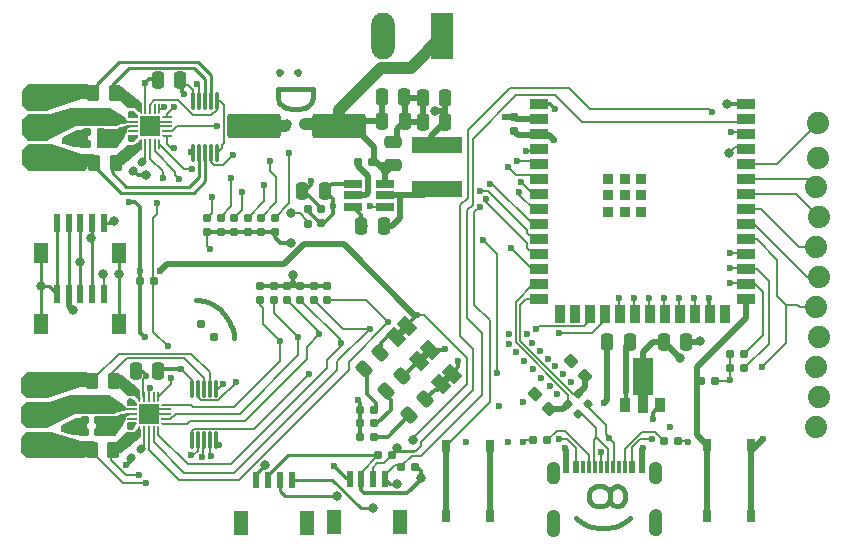
<source format=gbr>
%TF.GenerationSoftware,KiCad,Pcbnew,7.0.9*%
%TF.CreationDate,2023-12-14T21:01:46-07:00*%
%TF.ProjectId,mini_motor_go_V1_rev3,6d696e69-5f6d-46f7-946f-725f676f5f56,rev?*%
%TF.SameCoordinates,Original*%
%TF.FileFunction,Copper,L1,Top*%
%TF.FilePolarity,Positive*%
%FSLAX46Y46*%
G04 Gerber Fmt 4.6, Leading zero omitted, Abs format (unit mm)*
G04 Created by KiCad (PCBNEW 7.0.9) date 2023-12-14 21:01:46*
%MOMM*%
%LPD*%
G01*
G04 APERTURE LIST*
G04 Aperture macros list*
%AMRoundRect*
0 Rectangle with rounded corners*
0 $1 Rounding radius*
0 $2 $3 $4 $5 $6 $7 $8 $9 X,Y pos of 4 corners*
0 Add a 4 corners polygon primitive as box body*
4,1,4,$2,$3,$4,$5,$6,$7,$8,$9,$2,$3,0*
0 Add four circle primitives for the rounded corners*
1,1,$1+$1,$2,$3*
1,1,$1+$1,$4,$5*
1,1,$1+$1,$6,$7*
1,1,$1+$1,$8,$9*
0 Add four rect primitives between the rounded corners*
20,1,$1+$1,$2,$3,$4,$5,0*
20,1,$1+$1,$4,$5,$6,$7,0*
20,1,$1+$1,$6,$7,$8,$9,0*
20,1,$1+$1,$8,$9,$2,$3,0*%
%AMRotRect*
0 Rectangle, with rotation*
0 The origin of the aperture is its center*
0 $1 length*
0 $2 width*
0 $3 Rotation angle, in degrees counterclockwise*
0 Add horizontal line*
21,1,$1,$2,0,0,$3*%
%AMFreePoly0*
4,1,14,0.289644,0.110355,0.410355,-0.010356,0.425000,-0.045711,0.425000,-0.075000,0.410355,-0.110355,0.375000,-0.125000,-0.375000,-0.125000,-0.410355,-0.110355,-0.425000,-0.075000,-0.425000,0.075000,-0.410355,0.110355,-0.375000,0.125000,0.254289,0.125000,0.289644,0.110355,0.289644,0.110355,$1*%
%AMFreePoly1*
4,1,14,0.410355,0.110355,0.425000,0.075000,0.425000,0.045711,0.410355,0.010356,0.289644,-0.110355,0.254289,-0.125000,-0.375000,-0.125000,-0.410355,-0.110355,-0.425000,-0.075000,-0.425000,0.075000,-0.410355,0.110355,-0.375000,0.125000,0.375000,0.125000,0.410355,0.110355,0.410355,0.110355,$1*%
%AMFreePoly2*
4,1,14,0.110355,0.410355,0.125000,0.375000,0.125000,-0.375000,0.110355,-0.410355,0.075000,-0.425000,-0.075000,-0.425000,-0.110355,-0.410355,-0.125000,-0.375000,-0.125000,0.254289,-0.110355,0.289644,0.010356,0.410355,0.045711,0.425000,0.075000,0.425000,0.110355,0.410355,0.110355,0.410355,$1*%
%AMFreePoly3*
4,1,14,-0.010356,0.410355,0.110355,0.289644,0.125000,0.254289,0.125000,-0.375000,0.110355,-0.410355,0.075000,-0.425000,-0.075000,-0.425000,-0.110355,-0.410355,-0.125000,-0.375000,-0.125000,0.375000,-0.110355,0.410355,-0.075000,0.425000,-0.045711,0.425000,-0.010356,0.410355,-0.010356,0.410355,$1*%
%AMFreePoly4*
4,1,14,0.410355,0.110355,0.425000,0.075000,0.425000,-0.075000,0.410355,-0.110355,0.375000,-0.125000,-0.254289,-0.125000,-0.289644,-0.110355,-0.410355,0.010356,-0.425000,0.045711,-0.425000,0.075000,-0.410355,0.110355,-0.375000,0.125000,0.375000,0.125000,0.410355,0.110355,0.410355,0.110355,$1*%
%AMFreePoly5*
4,1,14,0.410355,0.110355,0.425000,0.075000,0.425000,-0.075000,0.410355,-0.110355,0.375000,-0.125000,-0.375000,-0.125000,-0.410355,-0.110355,-0.425000,-0.075000,-0.425000,-0.045711,-0.410355,-0.010356,-0.289644,0.110355,-0.254289,0.125000,0.375000,0.125000,0.410355,0.110355,0.410355,0.110355,$1*%
%AMFreePoly6*
4,1,14,0.110355,0.410355,0.125000,0.375000,0.125000,-0.254289,0.110355,-0.289644,-0.010356,-0.410355,-0.045711,-0.425000,-0.075000,-0.425000,-0.110355,-0.410355,-0.125000,-0.375000,-0.125000,0.375000,-0.110355,0.410355,-0.075000,0.425000,0.075000,0.425000,0.110355,0.410355,0.110355,0.410355,$1*%
%AMFreePoly7*
4,1,14,0.110355,0.410355,0.125000,0.375000,0.125000,-0.375000,0.110355,-0.410355,0.075000,-0.425000,0.045711,-0.425000,0.010356,-0.410355,-0.110355,-0.289644,-0.125000,-0.254289,-0.125000,0.375000,-0.110355,0.410355,-0.075000,0.425000,0.075000,0.425000,0.110355,0.410355,0.110355,0.410355,$1*%
%AMFreePoly8*
4,1,9,3.862500,-0.866500,0.737500,-0.866500,0.737500,-0.450000,-0.737500,-0.450000,-0.737500,0.450000,0.737500,0.450000,0.737500,0.866500,3.862500,0.866500,3.862500,-0.866500,3.862500,-0.866500,$1*%
G04 Aperture macros list end*
%ADD10C,0.400000*%
%TA.AperFunction,NonConductor*%
%ADD11C,0.400000*%
%TD*%
%TA.AperFunction,EtchedComponent*%
%ADD12C,0.010000*%
%TD*%
%TA.AperFunction,SMDPad,CuDef*%
%ADD13RoundRect,0.155000X0.040659X0.259862X-0.259862X-0.040659X-0.040659X-0.259862X0.259862X0.040659X0*%
%TD*%
%TA.AperFunction,SMDPad,CuDef*%
%ADD14RoundRect,0.160000X0.160000X-0.197500X0.160000X0.197500X-0.160000X0.197500X-0.160000X-0.197500X0*%
%TD*%
%TA.AperFunction,SMDPad,CuDef*%
%ADD15RotRect,1.000000X1.500000X45.000000*%
%TD*%
%TA.AperFunction,SMDPad,CuDef*%
%ADD16RoundRect,0.250000X0.250000X0.475000X-0.250000X0.475000X-0.250000X-0.475000X0.250000X-0.475000X0*%
%TD*%
%TA.AperFunction,SMDPad,CuDef*%
%ADD17RoundRect,0.030000X0.120000X-0.695000X0.120000X0.695000X-0.120000X0.695000X-0.120000X-0.695000X0*%
%TD*%
%TA.AperFunction,SMDPad,CuDef*%
%ADD18FreePoly0,90.000000*%
%TD*%
%TA.AperFunction,SMDPad,CuDef*%
%ADD19RoundRect,0.062500X0.062500X-0.362500X0.062500X0.362500X-0.062500X0.362500X-0.062500X-0.362500X0*%
%TD*%
%TA.AperFunction,SMDPad,CuDef*%
%ADD20FreePoly1,90.000000*%
%TD*%
%TA.AperFunction,SMDPad,CuDef*%
%ADD21FreePoly2,90.000000*%
%TD*%
%TA.AperFunction,SMDPad,CuDef*%
%ADD22RoundRect,0.062500X0.362500X-0.062500X0.362500X0.062500X-0.362500X0.062500X-0.362500X-0.062500X0*%
%TD*%
%TA.AperFunction,SMDPad,CuDef*%
%ADD23FreePoly3,90.000000*%
%TD*%
%TA.AperFunction,SMDPad,CuDef*%
%ADD24FreePoly4,90.000000*%
%TD*%
%TA.AperFunction,SMDPad,CuDef*%
%ADD25RoundRect,0.062500X0.062500X-0.350000X0.062500X0.350000X-0.062500X0.350000X-0.062500X-0.350000X0*%
%TD*%
%TA.AperFunction,SMDPad,CuDef*%
%ADD26FreePoly5,90.000000*%
%TD*%
%TA.AperFunction,SMDPad,CuDef*%
%ADD27FreePoly6,90.000000*%
%TD*%
%TA.AperFunction,SMDPad,CuDef*%
%ADD28FreePoly7,90.000000*%
%TD*%
%TA.AperFunction,ComponentPad*%
%ADD29C,0.600000*%
%TD*%
%TA.AperFunction,SMDPad,CuDef*%
%ADD30R,1.700000X1.700000*%
%TD*%
%TA.AperFunction,SMDPad,CuDef*%
%ADD31RoundRect,0.250000X-0.250000X-0.475000X0.250000X-0.475000X0.250000X0.475000X-0.250000X0.475000X0*%
%TD*%
%TA.AperFunction,SMDPad,CuDef*%
%ADD32RoundRect,0.243750X0.150260X-0.494975X0.494975X-0.150260X-0.150260X0.494975X-0.494975X0.150260X0*%
%TD*%
%TA.AperFunction,SMDPad,CuDef*%
%ADD33RoundRect,0.160000X-0.252791X0.026517X0.026517X-0.252791X0.252791X-0.026517X-0.026517X0.252791X0*%
%TD*%
%TA.AperFunction,SMDPad,CuDef*%
%ADD34RoundRect,0.160000X0.197500X0.160000X-0.197500X0.160000X-0.197500X-0.160000X0.197500X-0.160000X0*%
%TD*%
%TA.AperFunction,SMDPad,CuDef*%
%ADD35RoundRect,0.160000X-0.197500X-0.160000X0.197500X-0.160000X0.197500X0.160000X-0.197500X0.160000X0*%
%TD*%
%TA.AperFunction,SMDPad,CuDef*%
%ADD36RoundRect,0.155000X-0.212500X-0.155000X0.212500X-0.155000X0.212500X0.155000X-0.212500X0.155000X0*%
%TD*%
%TA.AperFunction,SMDPad,CuDef*%
%ADD37R,4.200000X1.400000*%
%TD*%
%TA.AperFunction,SMDPad,CuDef*%
%ADD38RoundRect,0.250000X0.262500X0.450000X-0.262500X0.450000X-0.262500X-0.450000X0.262500X-0.450000X0*%
%TD*%
%TA.AperFunction,SMDPad,CuDef*%
%ADD39R,0.600000X1.550000*%
%TD*%
%TA.AperFunction,SMDPad,CuDef*%
%ADD40R,1.200000X1.800000*%
%TD*%
%TA.AperFunction,SMDPad,CuDef*%
%ADD41RoundRect,0.160000X-0.160000X0.197500X-0.160000X-0.197500X0.160000X-0.197500X0.160000X0.197500X0*%
%TD*%
%TA.AperFunction,SMDPad,CuDef*%
%ADD42R,0.599440X1.348740*%
%TD*%
%TA.AperFunction,SMDPad,CuDef*%
%ADD43R,1.198880X1.998980*%
%TD*%
%TA.AperFunction,SMDPad,CuDef*%
%ADD44R,0.700000X1.000000*%
%TD*%
%TA.AperFunction,SMDPad,CuDef*%
%ADD45RoundRect,0.155000X0.212500X0.155000X-0.212500X0.155000X-0.212500X-0.155000X0.212500X-0.155000X0*%
%TD*%
%TA.AperFunction,SMDPad,CuDef*%
%ADD46R,1.500000X0.900000*%
%TD*%
%TA.AperFunction,SMDPad,CuDef*%
%ADD47R,0.900000X1.500000*%
%TD*%
%TA.AperFunction,SMDPad,CuDef*%
%ADD48R,0.900000X0.900000*%
%TD*%
%TA.AperFunction,SMDPad,CuDef*%
%ADD49RoundRect,0.237500X0.380070X-0.044194X-0.044194X0.380070X-0.380070X0.044194X0.044194X-0.380070X0*%
%TD*%
%TA.AperFunction,ComponentPad*%
%ADD50C,1.879600*%
%TD*%
%TA.AperFunction,SMDPad,CuDef*%
%ADD51R,1.560000X0.650000*%
%TD*%
%TA.AperFunction,SMDPad,CuDef*%
%ADD52R,0.600000X1.100000*%
%TD*%
%TA.AperFunction,SMDPad,CuDef*%
%ADD53R,0.300000X1.100000*%
%TD*%
%TA.AperFunction,ComponentPad*%
%ADD54O,0.800000X1.600000*%
%TD*%
%TA.AperFunction,SMDPad,CuDef*%
%ADD55RoundRect,0.250001X1.999999X0.799999X-1.999999X0.799999X-1.999999X-0.799999X1.999999X-0.799999X0*%
%TD*%
%TA.AperFunction,ComponentPad*%
%ADD56R,1.980000X3.960000*%
%TD*%
%TA.AperFunction,ComponentPad*%
%ADD57O,1.980000X3.960000*%
%TD*%
%TA.AperFunction,SMDPad,CuDef*%
%ADD58R,0.900000X1.300000*%
%TD*%
%TA.AperFunction,SMDPad,CuDef*%
%ADD59FreePoly8,90.000000*%
%TD*%
%TA.AperFunction,SMDPad,CuDef*%
%ADD60RoundRect,0.250000X-0.475000X0.250000X-0.475000X-0.250000X0.475000X-0.250000X0.475000X0.250000X0*%
%TD*%
%TA.AperFunction,ViaPad*%
%ADD61C,0.600000*%
%TD*%
%TA.AperFunction,ViaPad*%
%ADD62C,0.800000*%
%TD*%
%TA.AperFunction,Conductor*%
%ADD63C,0.500000*%
%TD*%
%TA.AperFunction,Conductor*%
%ADD64C,1.000000*%
%TD*%
%TA.AperFunction,Conductor*%
%ADD65C,0.300000*%
%TD*%
%TA.AperFunction,Conductor*%
%ADD66C,0.250000*%
%TD*%
%TA.AperFunction,Conductor*%
%ADD67C,0.200000*%
%TD*%
%TA.AperFunction,Conductor*%
%ADD68C,0.152000*%
%TD*%
G04 APERTURE END LIST*
D10*
D11*
X164852228Y-92156014D02*
X164995085Y-91870299D01*
X164995085Y-91870299D02*
X165137942Y-91727442D01*
X165137942Y-91727442D02*
X165423657Y-91584585D01*
X165423657Y-91584585D02*
X165566514Y-91584585D01*
X165566514Y-91584585D02*
X165852228Y-91727442D01*
X165852228Y-91727442D02*
X165995085Y-91870299D01*
X165995085Y-91870299D02*
X166137942Y-92156014D01*
X166137942Y-92156014D02*
X166137942Y-92727442D01*
X166137942Y-92727442D02*
X165995085Y-93013157D01*
X165995085Y-93013157D02*
X165852228Y-93156014D01*
X165852228Y-93156014D02*
X165566514Y-93298871D01*
X165566514Y-93298871D02*
X165423657Y-93298871D01*
X165423657Y-93298871D02*
X165137942Y-93156014D01*
X165137942Y-93156014D02*
X164995085Y-93013157D01*
X164995085Y-93013157D02*
X164852228Y-92727442D01*
X164852228Y-92727442D02*
X164852228Y-92156014D01*
X164852228Y-92156014D02*
X164709371Y-91870299D01*
X164709371Y-91870299D02*
X164566514Y-91727442D01*
X164566514Y-91727442D02*
X164280800Y-91584585D01*
X164280800Y-91584585D02*
X163709371Y-91584585D01*
X163709371Y-91584585D02*
X163423657Y-91727442D01*
X163423657Y-91727442D02*
X163280800Y-91870299D01*
X163280800Y-91870299D02*
X163137942Y-92156014D01*
X163137942Y-92156014D02*
X163137942Y-92727442D01*
X163137942Y-92727442D02*
X163280800Y-93013157D01*
X163280800Y-93013157D02*
X163423657Y-93156014D01*
X163423657Y-93156014D02*
X163709371Y-93298871D01*
X163709371Y-93298871D02*
X164280800Y-93298871D01*
X164280800Y-93298871D02*
X164566514Y-93156014D01*
X164566514Y-93156014D02*
X164709371Y-93013157D01*
X164709371Y-93013157D02*
X164852228Y-92727442D01*
X161995085Y-94298871D02*
X162137942Y-94441728D01*
X162137942Y-94441728D02*
X162566514Y-94727442D01*
X162566514Y-94727442D02*
X162852228Y-94870300D01*
X162852228Y-94870300D02*
X163280800Y-95013157D01*
X163280800Y-95013157D02*
X163995085Y-95156014D01*
X163995085Y-95156014D02*
X164566514Y-95156014D01*
X164566514Y-95156014D02*
X165280800Y-95013157D01*
X165280800Y-95013157D02*
X165709371Y-94870300D01*
X165709371Y-94870300D02*
X165995085Y-94727442D01*
X165995085Y-94727442D02*
X166423657Y-94441728D01*
X166423657Y-94441728D02*
X166566514Y-94298871D01*
D10*
D11*
X131214808Y-78832496D02*
X131416839Y-78832496D01*
X131416839Y-78832496D02*
X131416839Y-79034526D01*
X131416839Y-79034526D02*
X131214808Y-79034526D01*
X131214808Y-79034526D02*
X131214808Y-78832496D01*
X131214808Y-78832496D02*
X131416839Y-79034526D01*
X130103641Y-77721328D02*
X130305671Y-77721328D01*
X130305671Y-77721328D02*
X130305671Y-77923358D01*
X130305671Y-77923358D02*
X130103641Y-77923358D01*
X130103641Y-77923358D02*
X130103641Y-77721328D01*
X130103641Y-77721328D02*
X130305671Y-77923358D01*
X133033083Y-79034526D02*
X133033083Y-78832496D01*
X133033083Y-78832496D02*
X132932067Y-78327420D01*
X132932067Y-78327420D02*
X132831052Y-78024374D01*
X132831052Y-78024374D02*
X132629022Y-77620313D01*
X132629022Y-77620313D02*
X132224961Y-77014221D01*
X132224961Y-77014221D02*
X131820900Y-76610160D01*
X131820900Y-76610160D02*
X131214808Y-76206099D01*
X131214808Y-76206099D02*
X130810747Y-76004069D01*
X130810747Y-76004069D02*
X130507701Y-75903054D01*
X130507701Y-75903054D02*
X130002625Y-75802038D01*
X130002625Y-75802038D02*
X129800594Y-75802038D01*
D10*
D11*
X137013658Y-56547442D02*
X136870801Y-56690299D01*
X136870801Y-56690299D02*
X136727943Y-56547442D01*
X136727943Y-56547442D02*
X136870801Y-56404585D01*
X136870801Y-56404585D02*
X137013658Y-56547442D01*
X137013658Y-56547442D02*
X136727943Y-56547442D01*
X138585086Y-56547442D02*
X138442229Y-56690299D01*
X138442229Y-56690299D02*
X138299372Y-56547442D01*
X138299372Y-56547442D02*
X138442229Y-56404585D01*
X138442229Y-56404585D02*
X138585086Y-56547442D01*
X138585086Y-56547442D02*
X138299372Y-56547442D01*
X136727943Y-57976013D02*
X139727943Y-57976013D01*
X139727943Y-57976013D02*
X139727943Y-58690299D01*
X139727943Y-58690299D02*
X139585086Y-59118870D01*
X139585086Y-59118870D02*
X139299372Y-59404585D01*
X139299372Y-59404585D02*
X139013658Y-59547442D01*
X139013658Y-59547442D02*
X138442229Y-59690299D01*
X138442229Y-59690299D02*
X138013658Y-59690299D01*
X138013658Y-59690299D02*
X137442229Y-59547442D01*
X137442229Y-59547442D02*
X137156515Y-59404585D01*
X137156515Y-59404585D02*
X136870801Y-59118870D01*
X136870801Y-59118870D02*
X136727943Y-58690299D01*
X136727943Y-58690299D02*
X136727943Y-57976013D01*
%TA.AperFunction,EtchedComponent*%
%TO.C,JP1*%
G36*
X151414797Y-82551748D02*
G01*
X151061243Y-82905302D01*
X150636979Y-82481038D01*
X150990533Y-82127484D01*
X151414797Y-82551748D01*
G37*
%TD.AperFunction*%
%TA.AperFunction,EtchedComponent*%
%TO.C,JP3*%
G36*
X147600312Y-78514842D02*
G01*
X147246758Y-78868396D01*
X146822494Y-78444132D01*
X147176048Y-78090578D01*
X147600312Y-78514842D01*
G37*
%TD.AperFunction*%
%TO.C,J11*%
D12*
X160074683Y-89553885D02*
X160100683Y-89555885D01*
X160126683Y-89558885D01*
X160152683Y-89563885D01*
X160177683Y-89569885D01*
X160203683Y-89576885D01*
X160227683Y-89585885D01*
X160251683Y-89595885D01*
X160275683Y-89606885D01*
X160298683Y-89619885D01*
X160320683Y-89633885D01*
X160342683Y-89647885D01*
X160363683Y-89663885D01*
X160383683Y-89680885D01*
X160402683Y-89698885D01*
X160420683Y-89717885D01*
X160437683Y-89737885D01*
X160453683Y-89758885D01*
X160467683Y-89780885D01*
X160481683Y-89802885D01*
X160494683Y-89825885D01*
X160505683Y-89849885D01*
X160515683Y-89873885D01*
X160524683Y-89897885D01*
X160531683Y-89923885D01*
X160537683Y-89948885D01*
X160542683Y-89974885D01*
X160545683Y-90000885D01*
X160547683Y-90026885D01*
X160548683Y-90052885D01*
X160548683Y-90852885D01*
X160547683Y-90878885D01*
X160545683Y-90904885D01*
X160542683Y-90930885D01*
X160537683Y-90956885D01*
X160531683Y-90981885D01*
X160524683Y-91007885D01*
X160515683Y-91031885D01*
X160505683Y-91055885D01*
X160494683Y-91079885D01*
X160481683Y-91102885D01*
X160467683Y-91124885D01*
X160453683Y-91146885D01*
X160437683Y-91167885D01*
X160420683Y-91187885D01*
X160402683Y-91206885D01*
X160383683Y-91224885D01*
X160363683Y-91241885D01*
X160342683Y-91257885D01*
X160320683Y-91271885D01*
X160298683Y-91285885D01*
X160275683Y-91298885D01*
X160251683Y-91309885D01*
X160227683Y-91319885D01*
X160203683Y-91328885D01*
X160177683Y-91335885D01*
X160152683Y-91341885D01*
X160126683Y-91346885D01*
X160100683Y-91349885D01*
X160074683Y-91351885D01*
X160048683Y-91352885D01*
X160022683Y-91351885D01*
X159996683Y-91349885D01*
X159970683Y-91346885D01*
X159944683Y-91341885D01*
X159919683Y-91335885D01*
X159893683Y-91328885D01*
X159869683Y-91319885D01*
X159845683Y-91309885D01*
X159821683Y-91298885D01*
X159798683Y-91285885D01*
X159776683Y-91271885D01*
X159754683Y-91257885D01*
X159733683Y-91241885D01*
X159713683Y-91224885D01*
X159694683Y-91206885D01*
X159676683Y-91187885D01*
X159659683Y-91167885D01*
X159643683Y-91146885D01*
X159629683Y-91124885D01*
X159615683Y-91102885D01*
X159602683Y-91079885D01*
X159591683Y-91055885D01*
X159581683Y-91031885D01*
X159572683Y-91007885D01*
X159565683Y-90981885D01*
X159559683Y-90956885D01*
X159554683Y-90930885D01*
X159551683Y-90904885D01*
X159549683Y-90878885D01*
X159548683Y-90852885D01*
X159548683Y-90052885D01*
X159549683Y-90026885D01*
X159551683Y-90000885D01*
X159554683Y-89974885D01*
X159559683Y-89948885D01*
X159565683Y-89923885D01*
X159572683Y-89897885D01*
X159581683Y-89873885D01*
X159591683Y-89849885D01*
X159602683Y-89825885D01*
X159615683Y-89802885D01*
X159629683Y-89780885D01*
X159643683Y-89758885D01*
X159659683Y-89737885D01*
X159676683Y-89717885D01*
X159694683Y-89698885D01*
X159713683Y-89680885D01*
X159733683Y-89663885D01*
X159754683Y-89647885D01*
X159776683Y-89633885D01*
X159798683Y-89619885D01*
X159821683Y-89606885D01*
X159845683Y-89595885D01*
X159869683Y-89585885D01*
X159893683Y-89576885D01*
X159919683Y-89569885D01*
X159944683Y-89563885D01*
X159970683Y-89558885D01*
X159996683Y-89555885D01*
X160022683Y-89553885D01*
X160048683Y-89552885D01*
X160074683Y-89553885D01*
%TA.AperFunction,EtchedComponent*%
G36*
X160074683Y-89553885D02*
G01*
X160100683Y-89555885D01*
X160126683Y-89558885D01*
X160152683Y-89563885D01*
X160177683Y-89569885D01*
X160203683Y-89576885D01*
X160227683Y-89585885D01*
X160251683Y-89595885D01*
X160275683Y-89606885D01*
X160298683Y-89619885D01*
X160320683Y-89633885D01*
X160342683Y-89647885D01*
X160363683Y-89663885D01*
X160383683Y-89680885D01*
X160402683Y-89698885D01*
X160420683Y-89717885D01*
X160437683Y-89737885D01*
X160453683Y-89758885D01*
X160467683Y-89780885D01*
X160481683Y-89802885D01*
X160494683Y-89825885D01*
X160505683Y-89849885D01*
X160515683Y-89873885D01*
X160524683Y-89897885D01*
X160531683Y-89923885D01*
X160537683Y-89948885D01*
X160542683Y-89974885D01*
X160545683Y-90000885D01*
X160547683Y-90026885D01*
X160548683Y-90052885D01*
X160548683Y-90852885D01*
X160547683Y-90878885D01*
X160545683Y-90904885D01*
X160542683Y-90930885D01*
X160537683Y-90956885D01*
X160531683Y-90981885D01*
X160524683Y-91007885D01*
X160515683Y-91031885D01*
X160505683Y-91055885D01*
X160494683Y-91079885D01*
X160481683Y-91102885D01*
X160467683Y-91124885D01*
X160453683Y-91146885D01*
X160437683Y-91167885D01*
X160420683Y-91187885D01*
X160402683Y-91206885D01*
X160383683Y-91224885D01*
X160363683Y-91241885D01*
X160342683Y-91257885D01*
X160320683Y-91271885D01*
X160298683Y-91285885D01*
X160275683Y-91298885D01*
X160251683Y-91309885D01*
X160227683Y-91319885D01*
X160203683Y-91328885D01*
X160177683Y-91335885D01*
X160152683Y-91341885D01*
X160126683Y-91346885D01*
X160100683Y-91349885D01*
X160074683Y-91351885D01*
X160048683Y-91352885D01*
X160022683Y-91351885D01*
X159996683Y-91349885D01*
X159970683Y-91346885D01*
X159944683Y-91341885D01*
X159919683Y-91335885D01*
X159893683Y-91328885D01*
X159869683Y-91319885D01*
X159845683Y-91309885D01*
X159821683Y-91298885D01*
X159798683Y-91285885D01*
X159776683Y-91271885D01*
X159754683Y-91257885D01*
X159733683Y-91241885D01*
X159713683Y-91224885D01*
X159694683Y-91206885D01*
X159676683Y-91187885D01*
X159659683Y-91167885D01*
X159643683Y-91146885D01*
X159629683Y-91124885D01*
X159615683Y-91102885D01*
X159602683Y-91079885D01*
X159591683Y-91055885D01*
X159581683Y-91031885D01*
X159572683Y-91007885D01*
X159565683Y-90981885D01*
X159559683Y-90956885D01*
X159554683Y-90930885D01*
X159551683Y-90904885D01*
X159549683Y-90878885D01*
X159548683Y-90852885D01*
X159548683Y-90052885D01*
X159549683Y-90026885D01*
X159551683Y-90000885D01*
X159554683Y-89974885D01*
X159559683Y-89948885D01*
X159565683Y-89923885D01*
X159572683Y-89897885D01*
X159581683Y-89873885D01*
X159591683Y-89849885D01*
X159602683Y-89825885D01*
X159615683Y-89802885D01*
X159629683Y-89780885D01*
X159643683Y-89758885D01*
X159659683Y-89737885D01*
X159676683Y-89717885D01*
X159694683Y-89698885D01*
X159713683Y-89680885D01*
X159733683Y-89663885D01*
X159754683Y-89647885D01*
X159776683Y-89633885D01*
X159798683Y-89619885D01*
X159821683Y-89606885D01*
X159845683Y-89595885D01*
X159869683Y-89585885D01*
X159893683Y-89576885D01*
X159919683Y-89569885D01*
X159944683Y-89563885D01*
X159970683Y-89558885D01*
X159996683Y-89555885D01*
X160022683Y-89553885D01*
X160048683Y-89552885D01*
X160074683Y-89553885D01*
G37*
%TD.AperFunction*%
X160079600Y-93601700D02*
X160105600Y-93603700D01*
X160131600Y-93606700D01*
X160157600Y-93611700D01*
X160182600Y-93617700D01*
X160208600Y-93624700D01*
X160232600Y-93633700D01*
X160256600Y-93643700D01*
X160280600Y-93654700D01*
X160303600Y-93667700D01*
X160325600Y-93681700D01*
X160347600Y-93695700D01*
X160368600Y-93711700D01*
X160388600Y-93728700D01*
X160407600Y-93746700D01*
X160425600Y-93765700D01*
X160442600Y-93785700D01*
X160458600Y-93806700D01*
X160472600Y-93828700D01*
X160486600Y-93850700D01*
X160499600Y-93873700D01*
X160510600Y-93897700D01*
X160520600Y-93921700D01*
X160529600Y-93945700D01*
X160536600Y-93971700D01*
X160542600Y-93996700D01*
X160547600Y-94022700D01*
X160550600Y-94048700D01*
X160552600Y-94074700D01*
X160553600Y-94100700D01*
X160553600Y-95300700D01*
X160552600Y-95326700D01*
X160550600Y-95352700D01*
X160547600Y-95378700D01*
X160542600Y-95404700D01*
X160536600Y-95429700D01*
X160529600Y-95455700D01*
X160520600Y-95479700D01*
X160510600Y-95503700D01*
X160499600Y-95527700D01*
X160486600Y-95550700D01*
X160472600Y-95572700D01*
X160458600Y-95594700D01*
X160442600Y-95615700D01*
X160425600Y-95635700D01*
X160407600Y-95654700D01*
X160388600Y-95672700D01*
X160368600Y-95689700D01*
X160347600Y-95705700D01*
X160325600Y-95719700D01*
X160303600Y-95733700D01*
X160280600Y-95746700D01*
X160256600Y-95757700D01*
X160232600Y-95767700D01*
X160208600Y-95776700D01*
X160182600Y-95783700D01*
X160157600Y-95789700D01*
X160131600Y-95794700D01*
X160105600Y-95797700D01*
X160079600Y-95799700D01*
X160053600Y-95800700D01*
X160027600Y-95799700D01*
X160001600Y-95797700D01*
X159975600Y-95794700D01*
X159949600Y-95789700D01*
X159924600Y-95783700D01*
X159898600Y-95776700D01*
X159874600Y-95767700D01*
X159850600Y-95757700D01*
X159826600Y-95746700D01*
X159803600Y-95733700D01*
X159781600Y-95719700D01*
X159759600Y-95705700D01*
X159738600Y-95689700D01*
X159718600Y-95672700D01*
X159699600Y-95654700D01*
X159681600Y-95635700D01*
X159664600Y-95615700D01*
X159648600Y-95594700D01*
X159634600Y-95572700D01*
X159620600Y-95550700D01*
X159607600Y-95527700D01*
X159596600Y-95503700D01*
X159586600Y-95479700D01*
X159577600Y-95455700D01*
X159570600Y-95429700D01*
X159564600Y-95404700D01*
X159559600Y-95378700D01*
X159556600Y-95352700D01*
X159554600Y-95326700D01*
X159553600Y-95300700D01*
X159553600Y-94100700D01*
X159554600Y-94074700D01*
X159556600Y-94048700D01*
X159559600Y-94022700D01*
X159564600Y-93996700D01*
X159570600Y-93971700D01*
X159577600Y-93945700D01*
X159586600Y-93921700D01*
X159596600Y-93897700D01*
X159607600Y-93873700D01*
X159620600Y-93850700D01*
X159634600Y-93828700D01*
X159648600Y-93806700D01*
X159664600Y-93785700D01*
X159681600Y-93765700D01*
X159699600Y-93746700D01*
X159718600Y-93728700D01*
X159738600Y-93711700D01*
X159759600Y-93695700D01*
X159781600Y-93681700D01*
X159803600Y-93667700D01*
X159826600Y-93654700D01*
X159850600Y-93643700D01*
X159874600Y-93633700D01*
X159898600Y-93624700D01*
X159924600Y-93617700D01*
X159949600Y-93611700D01*
X159975600Y-93606700D01*
X160001600Y-93603700D01*
X160027600Y-93601700D01*
X160053600Y-93600700D01*
X160079600Y-93601700D01*
%TA.AperFunction,EtchedComponent*%
G36*
X160079600Y-93601700D02*
G01*
X160105600Y-93603700D01*
X160131600Y-93606700D01*
X160157600Y-93611700D01*
X160182600Y-93617700D01*
X160208600Y-93624700D01*
X160232600Y-93633700D01*
X160256600Y-93643700D01*
X160280600Y-93654700D01*
X160303600Y-93667700D01*
X160325600Y-93681700D01*
X160347600Y-93695700D01*
X160368600Y-93711700D01*
X160388600Y-93728700D01*
X160407600Y-93746700D01*
X160425600Y-93765700D01*
X160442600Y-93785700D01*
X160458600Y-93806700D01*
X160472600Y-93828700D01*
X160486600Y-93850700D01*
X160499600Y-93873700D01*
X160510600Y-93897700D01*
X160520600Y-93921700D01*
X160529600Y-93945700D01*
X160536600Y-93971700D01*
X160542600Y-93996700D01*
X160547600Y-94022700D01*
X160550600Y-94048700D01*
X160552600Y-94074700D01*
X160553600Y-94100700D01*
X160553600Y-95300700D01*
X160552600Y-95326700D01*
X160550600Y-95352700D01*
X160547600Y-95378700D01*
X160542600Y-95404700D01*
X160536600Y-95429700D01*
X160529600Y-95455700D01*
X160520600Y-95479700D01*
X160510600Y-95503700D01*
X160499600Y-95527700D01*
X160486600Y-95550700D01*
X160472600Y-95572700D01*
X160458600Y-95594700D01*
X160442600Y-95615700D01*
X160425600Y-95635700D01*
X160407600Y-95654700D01*
X160388600Y-95672700D01*
X160368600Y-95689700D01*
X160347600Y-95705700D01*
X160325600Y-95719700D01*
X160303600Y-95733700D01*
X160280600Y-95746700D01*
X160256600Y-95757700D01*
X160232600Y-95767700D01*
X160208600Y-95776700D01*
X160182600Y-95783700D01*
X160157600Y-95789700D01*
X160131600Y-95794700D01*
X160105600Y-95797700D01*
X160079600Y-95799700D01*
X160053600Y-95800700D01*
X160027600Y-95799700D01*
X160001600Y-95797700D01*
X159975600Y-95794700D01*
X159949600Y-95789700D01*
X159924600Y-95783700D01*
X159898600Y-95776700D01*
X159874600Y-95767700D01*
X159850600Y-95757700D01*
X159826600Y-95746700D01*
X159803600Y-95733700D01*
X159781600Y-95719700D01*
X159759600Y-95705700D01*
X159738600Y-95689700D01*
X159718600Y-95672700D01*
X159699600Y-95654700D01*
X159681600Y-95635700D01*
X159664600Y-95615700D01*
X159648600Y-95594700D01*
X159634600Y-95572700D01*
X159620600Y-95550700D01*
X159607600Y-95527700D01*
X159596600Y-95503700D01*
X159586600Y-95479700D01*
X159577600Y-95455700D01*
X159570600Y-95429700D01*
X159564600Y-95404700D01*
X159559600Y-95378700D01*
X159556600Y-95352700D01*
X159554600Y-95326700D01*
X159553600Y-95300700D01*
X159553600Y-94100700D01*
X159554600Y-94074700D01*
X159556600Y-94048700D01*
X159559600Y-94022700D01*
X159564600Y-93996700D01*
X159570600Y-93971700D01*
X159577600Y-93945700D01*
X159586600Y-93921700D01*
X159596600Y-93897700D01*
X159607600Y-93873700D01*
X159620600Y-93850700D01*
X159634600Y-93828700D01*
X159648600Y-93806700D01*
X159664600Y-93785700D01*
X159681600Y-93765700D01*
X159699600Y-93746700D01*
X159718600Y-93728700D01*
X159738600Y-93711700D01*
X159759600Y-93695700D01*
X159781600Y-93681700D01*
X159803600Y-93667700D01*
X159826600Y-93654700D01*
X159850600Y-93643700D01*
X159874600Y-93633700D01*
X159898600Y-93624700D01*
X159924600Y-93617700D01*
X159949600Y-93611700D01*
X159975600Y-93606700D01*
X160001600Y-93603700D01*
X160027600Y-93601700D01*
X160053600Y-93600700D01*
X160079600Y-93601700D01*
G37*
%TD.AperFunction*%
X168729600Y-89551700D02*
X168755600Y-89553700D01*
X168781600Y-89556700D01*
X168807600Y-89561700D01*
X168832600Y-89567700D01*
X168858600Y-89574700D01*
X168882600Y-89583700D01*
X168906600Y-89593700D01*
X168930600Y-89604700D01*
X168953600Y-89617700D01*
X168975600Y-89631700D01*
X168997600Y-89645700D01*
X169018600Y-89661700D01*
X169038600Y-89678700D01*
X169057600Y-89696700D01*
X169075600Y-89715700D01*
X169092600Y-89735700D01*
X169108600Y-89756700D01*
X169122600Y-89778700D01*
X169136600Y-89800700D01*
X169149600Y-89823700D01*
X169160600Y-89847700D01*
X169170600Y-89871700D01*
X169179600Y-89895700D01*
X169186600Y-89921700D01*
X169192600Y-89946700D01*
X169197600Y-89972700D01*
X169200600Y-89998700D01*
X169202600Y-90024700D01*
X169203600Y-90050700D01*
X169203600Y-90850700D01*
X169202600Y-90876700D01*
X169200600Y-90902700D01*
X169197600Y-90928700D01*
X169192600Y-90954700D01*
X169186600Y-90979700D01*
X169179600Y-91005700D01*
X169170600Y-91029700D01*
X169160600Y-91053700D01*
X169149600Y-91077700D01*
X169136600Y-91100700D01*
X169122600Y-91122700D01*
X169108600Y-91144700D01*
X169092600Y-91165700D01*
X169075600Y-91185700D01*
X169057600Y-91204700D01*
X169038600Y-91222700D01*
X169018600Y-91239700D01*
X168997600Y-91255700D01*
X168975600Y-91269700D01*
X168953600Y-91283700D01*
X168930600Y-91296700D01*
X168906600Y-91307700D01*
X168882600Y-91317700D01*
X168858600Y-91326700D01*
X168832600Y-91333700D01*
X168807600Y-91339700D01*
X168781600Y-91344700D01*
X168755600Y-91347700D01*
X168729600Y-91349700D01*
X168703600Y-91350700D01*
X168677600Y-91349700D01*
X168651600Y-91347700D01*
X168625600Y-91344700D01*
X168599600Y-91339700D01*
X168574600Y-91333700D01*
X168548600Y-91326700D01*
X168524600Y-91317700D01*
X168500600Y-91307700D01*
X168476600Y-91296700D01*
X168453600Y-91283700D01*
X168431600Y-91269700D01*
X168409600Y-91255700D01*
X168388600Y-91239700D01*
X168368600Y-91222700D01*
X168349600Y-91204700D01*
X168331600Y-91185700D01*
X168314600Y-91165700D01*
X168298600Y-91144700D01*
X168284600Y-91122700D01*
X168270600Y-91100700D01*
X168257600Y-91077700D01*
X168246600Y-91053700D01*
X168236600Y-91029700D01*
X168227600Y-91005700D01*
X168220600Y-90979700D01*
X168214600Y-90954700D01*
X168209600Y-90928700D01*
X168206600Y-90902700D01*
X168204600Y-90876700D01*
X168203600Y-90850700D01*
X168203600Y-90050700D01*
X168204600Y-90024700D01*
X168206600Y-89998700D01*
X168209600Y-89972700D01*
X168214600Y-89946700D01*
X168220600Y-89921700D01*
X168227600Y-89895700D01*
X168236600Y-89871700D01*
X168246600Y-89847700D01*
X168257600Y-89823700D01*
X168270600Y-89800700D01*
X168284600Y-89778700D01*
X168298600Y-89756700D01*
X168314600Y-89735700D01*
X168331600Y-89715700D01*
X168349600Y-89696700D01*
X168368600Y-89678700D01*
X168388600Y-89661700D01*
X168409600Y-89645700D01*
X168431600Y-89631700D01*
X168453600Y-89617700D01*
X168476600Y-89604700D01*
X168500600Y-89593700D01*
X168524600Y-89583700D01*
X168548600Y-89574700D01*
X168574600Y-89567700D01*
X168599600Y-89561700D01*
X168625600Y-89556700D01*
X168651600Y-89553700D01*
X168677600Y-89551700D01*
X168703600Y-89550700D01*
X168729600Y-89551700D01*
%TA.AperFunction,EtchedComponent*%
G36*
X168729600Y-89551700D02*
G01*
X168755600Y-89553700D01*
X168781600Y-89556700D01*
X168807600Y-89561700D01*
X168832600Y-89567700D01*
X168858600Y-89574700D01*
X168882600Y-89583700D01*
X168906600Y-89593700D01*
X168930600Y-89604700D01*
X168953600Y-89617700D01*
X168975600Y-89631700D01*
X168997600Y-89645700D01*
X169018600Y-89661700D01*
X169038600Y-89678700D01*
X169057600Y-89696700D01*
X169075600Y-89715700D01*
X169092600Y-89735700D01*
X169108600Y-89756700D01*
X169122600Y-89778700D01*
X169136600Y-89800700D01*
X169149600Y-89823700D01*
X169160600Y-89847700D01*
X169170600Y-89871700D01*
X169179600Y-89895700D01*
X169186600Y-89921700D01*
X169192600Y-89946700D01*
X169197600Y-89972700D01*
X169200600Y-89998700D01*
X169202600Y-90024700D01*
X169203600Y-90050700D01*
X169203600Y-90850700D01*
X169202600Y-90876700D01*
X169200600Y-90902700D01*
X169197600Y-90928700D01*
X169192600Y-90954700D01*
X169186600Y-90979700D01*
X169179600Y-91005700D01*
X169170600Y-91029700D01*
X169160600Y-91053700D01*
X169149600Y-91077700D01*
X169136600Y-91100700D01*
X169122600Y-91122700D01*
X169108600Y-91144700D01*
X169092600Y-91165700D01*
X169075600Y-91185700D01*
X169057600Y-91204700D01*
X169038600Y-91222700D01*
X169018600Y-91239700D01*
X168997600Y-91255700D01*
X168975600Y-91269700D01*
X168953600Y-91283700D01*
X168930600Y-91296700D01*
X168906600Y-91307700D01*
X168882600Y-91317700D01*
X168858600Y-91326700D01*
X168832600Y-91333700D01*
X168807600Y-91339700D01*
X168781600Y-91344700D01*
X168755600Y-91347700D01*
X168729600Y-91349700D01*
X168703600Y-91350700D01*
X168677600Y-91349700D01*
X168651600Y-91347700D01*
X168625600Y-91344700D01*
X168599600Y-91339700D01*
X168574600Y-91333700D01*
X168548600Y-91326700D01*
X168524600Y-91317700D01*
X168500600Y-91307700D01*
X168476600Y-91296700D01*
X168453600Y-91283700D01*
X168431600Y-91269700D01*
X168409600Y-91255700D01*
X168388600Y-91239700D01*
X168368600Y-91222700D01*
X168349600Y-91204700D01*
X168331600Y-91185700D01*
X168314600Y-91165700D01*
X168298600Y-91144700D01*
X168284600Y-91122700D01*
X168270600Y-91100700D01*
X168257600Y-91077700D01*
X168246600Y-91053700D01*
X168236600Y-91029700D01*
X168227600Y-91005700D01*
X168220600Y-90979700D01*
X168214600Y-90954700D01*
X168209600Y-90928700D01*
X168206600Y-90902700D01*
X168204600Y-90876700D01*
X168203600Y-90850700D01*
X168203600Y-90050700D01*
X168204600Y-90024700D01*
X168206600Y-89998700D01*
X168209600Y-89972700D01*
X168214600Y-89946700D01*
X168220600Y-89921700D01*
X168227600Y-89895700D01*
X168236600Y-89871700D01*
X168246600Y-89847700D01*
X168257600Y-89823700D01*
X168270600Y-89800700D01*
X168284600Y-89778700D01*
X168298600Y-89756700D01*
X168314600Y-89735700D01*
X168331600Y-89715700D01*
X168349600Y-89696700D01*
X168368600Y-89678700D01*
X168388600Y-89661700D01*
X168409600Y-89645700D01*
X168431600Y-89631700D01*
X168453600Y-89617700D01*
X168476600Y-89604700D01*
X168500600Y-89593700D01*
X168524600Y-89583700D01*
X168548600Y-89574700D01*
X168574600Y-89567700D01*
X168599600Y-89561700D01*
X168625600Y-89556700D01*
X168651600Y-89553700D01*
X168677600Y-89551700D01*
X168703600Y-89550700D01*
X168729600Y-89551700D01*
G37*
%TD.AperFunction*%
X168729600Y-93551700D02*
X168755600Y-93553700D01*
X168781600Y-93556700D01*
X168807600Y-93561700D01*
X168832600Y-93567700D01*
X168858600Y-93574700D01*
X168882600Y-93583700D01*
X168906600Y-93593700D01*
X168930600Y-93604700D01*
X168953600Y-93617700D01*
X168975600Y-93631700D01*
X168997600Y-93645700D01*
X169018600Y-93661700D01*
X169038600Y-93678700D01*
X169057600Y-93696700D01*
X169075600Y-93715700D01*
X169092600Y-93735700D01*
X169108600Y-93756700D01*
X169122600Y-93778700D01*
X169136600Y-93800700D01*
X169149600Y-93823700D01*
X169160600Y-93847700D01*
X169170600Y-93871700D01*
X169179600Y-93895700D01*
X169186600Y-93921700D01*
X169192600Y-93946700D01*
X169197600Y-93972700D01*
X169200600Y-93998700D01*
X169202600Y-94024700D01*
X169203600Y-94050700D01*
X169203600Y-95250700D01*
X169202600Y-95276700D01*
X169200600Y-95302700D01*
X169197600Y-95328700D01*
X169192600Y-95354700D01*
X169186600Y-95379700D01*
X169179600Y-95405700D01*
X169170600Y-95429700D01*
X169160600Y-95453700D01*
X169149600Y-95477700D01*
X169136600Y-95500700D01*
X169122600Y-95522700D01*
X169108600Y-95544700D01*
X169092600Y-95565700D01*
X169075600Y-95585700D01*
X169057600Y-95604700D01*
X169038600Y-95622700D01*
X169018600Y-95639700D01*
X168997600Y-95655700D01*
X168975600Y-95669700D01*
X168953600Y-95683700D01*
X168930600Y-95696700D01*
X168906600Y-95707700D01*
X168882600Y-95717700D01*
X168858600Y-95726700D01*
X168832600Y-95733700D01*
X168807600Y-95739700D01*
X168781600Y-95744700D01*
X168755600Y-95747700D01*
X168729600Y-95749700D01*
X168703600Y-95750700D01*
X168677600Y-95749700D01*
X168651600Y-95747700D01*
X168625600Y-95744700D01*
X168599600Y-95739700D01*
X168574600Y-95733700D01*
X168548600Y-95726700D01*
X168524600Y-95717700D01*
X168500600Y-95707700D01*
X168476600Y-95696700D01*
X168453600Y-95683700D01*
X168431600Y-95669700D01*
X168409600Y-95655700D01*
X168388600Y-95639700D01*
X168368600Y-95622700D01*
X168349600Y-95604700D01*
X168331600Y-95585700D01*
X168314600Y-95565700D01*
X168298600Y-95544700D01*
X168284600Y-95522700D01*
X168270600Y-95500700D01*
X168257600Y-95477700D01*
X168246600Y-95453700D01*
X168236600Y-95429700D01*
X168227600Y-95405700D01*
X168220600Y-95379700D01*
X168214600Y-95354700D01*
X168209600Y-95328700D01*
X168206600Y-95302700D01*
X168204600Y-95276700D01*
X168203600Y-95250700D01*
X168203600Y-94050700D01*
X168204600Y-94024700D01*
X168206600Y-93998700D01*
X168209600Y-93972700D01*
X168214600Y-93946700D01*
X168220600Y-93921700D01*
X168227600Y-93895700D01*
X168236600Y-93871700D01*
X168246600Y-93847700D01*
X168257600Y-93823700D01*
X168270600Y-93800700D01*
X168284600Y-93778700D01*
X168298600Y-93756700D01*
X168314600Y-93735700D01*
X168331600Y-93715700D01*
X168349600Y-93696700D01*
X168368600Y-93678700D01*
X168388600Y-93661700D01*
X168409600Y-93645700D01*
X168431600Y-93631700D01*
X168453600Y-93617700D01*
X168476600Y-93604700D01*
X168500600Y-93593700D01*
X168524600Y-93583700D01*
X168548600Y-93574700D01*
X168574600Y-93567700D01*
X168599600Y-93561700D01*
X168625600Y-93556700D01*
X168651600Y-93553700D01*
X168677600Y-93551700D01*
X168703600Y-93550700D01*
X168729600Y-93551700D01*
%TA.AperFunction,EtchedComponent*%
G36*
X168729600Y-93551700D02*
G01*
X168755600Y-93553700D01*
X168781600Y-93556700D01*
X168807600Y-93561700D01*
X168832600Y-93567700D01*
X168858600Y-93574700D01*
X168882600Y-93583700D01*
X168906600Y-93593700D01*
X168930600Y-93604700D01*
X168953600Y-93617700D01*
X168975600Y-93631700D01*
X168997600Y-93645700D01*
X169018600Y-93661700D01*
X169038600Y-93678700D01*
X169057600Y-93696700D01*
X169075600Y-93715700D01*
X169092600Y-93735700D01*
X169108600Y-93756700D01*
X169122600Y-93778700D01*
X169136600Y-93800700D01*
X169149600Y-93823700D01*
X169160600Y-93847700D01*
X169170600Y-93871700D01*
X169179600Y-93895700D01*
X169186600Y-93921700D01*
X169192600Y-93946700D01*
X169197600Y-93972700D01*
X169200600Y-93998700D01*
X169202600Y-94024700D01*
X169203600Y-94050700D01*
X169203600Y-95250700D01*
X169202600Y-95276700D01*
X169200600Y-95302700D01*
X169197600Y-95328700D01*
X169192600Y-95354700D01*
X169186600Y-95379700D01*
X169179600Y-95405700D01*
X169170600Y-95429700D01*
X169160600Y-95453700D01*
X169149600Y-95477700D01*
X169136600Y-95500700D01*
X169122600Y-95522700D01*
X169108600Y-95544700D01*
X169092600Y-95565700D01*
X169075600Y-95585700D01*
X169057600Y-95604700D01*
X169038600Y-95622700D01*
X169018600Y-95639700D01*
X168997600Y-95655700D01*
X168975600Y-95669700D01*
X168953600Y-95683700D01*
X168930600Y-95696700D01*
X168906600Y-95707700D01*
X168882600Y-95717700D01*
X168858600Y-95726700D01*
X168832600Y-95733700D01*
X168807600Y-95739700D01*
X168781600Y-95744700D01*
X168755600Y-95747700D01*
X168729600Y-95749700D01*
X168703600Y-95750700D01*
X168677600Y-95749700D01*
X168651600Y-95747700D01*
X168625600Y-95744700D01*
X168599600Y-95739700D01*
X168574600Y-95733700D01*
X168548600Y-95726700D01*
X168524600Y-95717700D01*
X168500600Y-95707700D01*
X168476600Y-95696700D01*
X168453600Y-95683700D01*
X168431600Y-95669700D01*
X168409600Y-95655700D01*
X168388600Y-95639700D01*
X168368600Y-95622700D01*
X168349600Y-95604700D01*
X168331600Y-95585700D01*
X168314600Y-95565700D01*
X168298600Y-95544700D01*
X168284600Y-95522700D01*
X168270600Y-95500700D01*
X168257600Y-95477700D01*
X168246600Y-95453700D01*
X168236600Y-95429700D01*
X168227600Y-95405700D01*
X168220600Y-95379700D01*
X168214600Y-95354700D01*
X168209600Y-95328700D01*
X168206600Y-95302700D01*
X168204600Y-95276700D01*
X168203600Y-95250700D01*
X168203600Y-94050700D01*
X168204600Y-94024700D01*
X168206600Y-93998700D01*
X168209600Y-93972700D01*
X168214600Y-93946700D01*
X168220600Y-93921700D01*
X168227600Y-93895700D01*
X168236600Y-93871700D01*
X168246600Y-93847700D01*
X168257600Y-93823700D01*
X168270600Y-93800700D01*
X168284600Y-93778700D01*
X168298600Y-93756700D01*
X168314600Y-93735700D01*
X168331600Y-93715700D01*
X168349600Y-93696700D01*
X168368600Y-93678700D01*
X168388600Y-93661700D01*
X168409600Y-93645700D01*
X168431600Y-93631700D01*
X168453600Y-93617700D01*
X168476600Y-93604700D01*
X168500600Y-93593700D01*
X168524600Y-93583700D01*
X168548600Y-93574700D01*
X168574600Y-93567700D01*
X168599600Y-93561700D01*
X168625600Y-93556700D01*
X168651600Y-93553700D01*
X168677600Y-93551700D01*
X168703600Y-93550700D01*
X168729600Y-93551700D01*
G37*
%TD.AperFunction*%
%TA.AperFunction,EtchedComponent*%
%TO.C,JP2*%
G36*
X149531344Y-80551085D02*
G01*
X149177790Y-80904639D01*
X148753526Y-80480375D01*
X149107080Y-80126821D01*
X149531344Y-80551085D01*
G37*
%TD.AperFunction*%
%TD*%
D13*
%TO.P,C2,1,1*%
%TO.N,Net-(U5-VCP)*%
X125134280Y-88444457D03*
%TO.P,C2,2,2*%
%TO.N,+BATT*%
X124331714Y-89247023D03*
%TD*%
D14*
%TO.P,R14,1,1*%
%TO.N,GND*%
X135331749Y-70060966D03*
%TO.P,R14,2,2*%
%TO.N,m1_wl*%
X135331749Y-68865966D03*
%TD*%
D15*
%TO.P,JP1,1,A*%
%TO.N,Net-(D1-A)*%
X150566269Y-82976012D03*
%TO.P,JP1,2,B*%
%TO.N,gpio8*%
X151485507Y-82056774D03*
%TD*%
D16*
%TO.P,C13,1,1*%
%TO.N,Net-(C11-Pad2)*%
X147475000Y-58675000D03*
%TO.P,C13,2,2*%
%TO.N,+BATT*%
X145575000Y-58675000D03*
%TD*%
D17*
%TO.P,U4,1,out_1*%
%TO.N,m1_current_sense_u*%
X129570599Y-63370400D03*
%TO.P,U4,2,in-1*%
%TO.N,Net-(U2-W)*%
X130070599Y-63370400D03*
%TO.P,U4,3,in+1*%
%TO.N,Net-(U4-in+1)*%
X130570599Y-63370400D03*
%TO.P,U4,4,GND*%
%TO.N,GND*%
X131070599Y-63370400D03*
%TO.P,U4,5,ref_1*%
%TO.N,Net-(U2-1.8v_out)*%
X131570599Y-63370400D03*
%TO.P,U4,6,ref_2*%
X131570599Y-58970400D03*
%TO.P,U4,7,in+2*%
%TO.N,Net-(U4-in+2)*%
X131070599Y-58970400D03*
%TO.P,U4,8,in-2*%
%TO.N,Net-(U2-U)*%
X130570599Y-58970400D03*
%TO.P,U4,9,out_2*%
%TO.N,m1_current_sense_w*%
X130070599Y-58970400D03*
%TO.P,U4,10,VS*%
%TO.N,+3.3V*%
X129570599Y-58970400D03*
%TD*%
D18*
%TO.P,U2,1,W*%
%TO.N,Net-(U2-W)*%
X125131600Y-62586400D03*
D19*
%TO.P,U2,2,VCP*%
%TO.N,Net-(U2-VCP)*%
X125531600Y-62586400D03*
%TO.P,U2,3,UH*%
%TO.N,m1_uh*%
X125931600Y-62586400D03*
%TO.P,U2,4,VH*%
%TO.N,m1_vh*%
X126331600Y-62586400D03*
D20*
%TO.P,U2,5,WH*%
%TO.N,m1_wh*%
X126731600Y-62586400D03*
D21*
%TO.P,U2,6,UL*%
%TO.N,m1_ul*%
X127381600Y-61936400D03*
D22*
%TO.P,U2,7,WL*%
%TO.N,m1_wl*%
X127381600Y-61536400D03*
%TO.P,U2,8,GND*%
%TO.N,GND*%
X127381600Y-61136400D03*
%TO.P,U2,9,GND*%
X127381600Y-60736400D03*
D23*
%TO.P,U2,10,VL*%
%TO.N,m1_vl*%
X127381600Y-60336400D03*
D24*
%TO.P,U2,11,VIO/STDBY*%
%TO.N,/motor_controls/standby*%
X126731600Y-59686400D03*
D19*
%TO.P,U2,12,DAIG*%
%TO.N,/motor_controls1/motor_fault_detect*%
X126331600Y-59686400D03*
D25*
%TO.P,U2,13,1.8v_out*%
%TO.N,Net-(U2-1.8v_out)*%
X125931600Y-59698900D03*
D19*
%TO.P,U2,14,GND*%
%TO.N,GND*%
X125531600Y-59686400D03*
D26*
%TO.P,U2,15,U*%
%TO.N,Net-(U2-U)*%
X125131600Y-59686400D03*
D27*
%TO.P,U2,16,BRUV*%
%TO.N,GND*%
X124481600Y-60336400D03*
D22*
%TO.P,U2,17,V*%
%TO.N,Net-(U2-V)*%
X124481600Y-60736400D03*
%TO.P,U2,18,VS*%
%TO.N,+BATT*%
X124481600Y-61136400D03*
%TO.P,U2,19,NC*%
%TO.N,unconnected-(U2-NC-Pad19)*%
X124481600Y-61536400D03*
D28*
%TO.P,U2,20,BRW*%
%TO.N,GND*%
X124481600Y-61936400D03*
D29*
%TO.P,U2,21,PAD*%
X125481600Y-61536400D03*
X126381600Y-61536400D03*
D30*
X125931600Y-61136400D03*
D29*
X125481600Y-60736400D03*
X126381600Y-60736400D03*
%TD*%
D14*
%TO.P,R7,1,1*%
%TO.N,GND*%
X133052632Y-70058317D03*
%TO.P,R7,2,2*%
%TO.N,m1_vh*%
X133052632Y-68863317D03*
%TD*%
D31*
%TO.P,C18,1,1*%
%TO.N,+3.3V*%
X169445000Y-79365000D03*
%TO.P,C18,2,2*%
%TO.N,GND*%
X171345000Y-79365000D03*
%TD*%
D32*
%TO.P,D3,1,K*%
%TO.N,Net-(D3-K)*%
X144042618Y-81685208D03*
%TO.P,D3,2,A*%
%TO.N,Net-(D3-A)*%
X145368444Y-80359382D03*
%TD*%
D31*
%TO.P,C17,1,1*%
%TO.N,+5V*%
X164655001Y-79405000D03*
%TO.P,C17,2,2*%
%TO.N,GND*%
X166555001Y-79405000D03*
%TD*%
D33*
%TO.P,R20,1,1*%
%TO.N,usb_d-*%
X161356561Y-84630176D03*
%TO.P,R20,2,2*%
%TO.N,Net-(J11-DN1)*%
X162201553Y-85475168D03*
%TD*%
D17*
%TO.P,U3,1,out_1*%
%TO.N,m2_current_sense_w*%
X129479524Y-87726458D03*
%TO.P,U3,2,in-1*%
%TO.N,Net-(U3-in-1)*%
X129979524Y-87726458D03*
%TO.P,U3,3,in+1*%
%TO.N,Net-(U3-in+1)*%
X130479524Y-87726458D03*
%TO.P,U3,4,GND*%
%TO.N,GND*%
X130979524Y-87726458D03*
%TO.P,U3,5,ref_1*%
%TO.N,Net-(U3-ref_1)*%
X131479524Y-87726458D03*
%TO.P,U3,6,ref_2*%
X131479524Y-83326458D03*
%TO.P,U3,7,in+2*%
%TO.N,Net-(U3-in+2)*%
X130979524Y-83326458D03*
%TO.P,U3,8,in-2*%
%TO.N,Net-(U3-in-2)*%
X130479524Y-83326458D03*
%TO.P,U3,9,out_2*%
%TO.N,m2_current_sense_u*%
X129979524Y-83326458D03*
%TO.P,U3,10,VS*%
%TO.N,+3.3V*%
X129479524Y-83326458D03*
%TD*%
D16*
%TO.P,C9,1,1*%
%TO.N,+5V*%
X150916079Y-60751361D03*
%TO.P,C9,2,2*%
%TO.N,Net-(C11-Pad2)*%
X149016079Y-60751361D03*
%TD*%
D34*
%TO.P,R25,1,1*%
%TO.N,+3.3V*%
X173781468Y-82714817D03*
%TO.P,R25,2,2*%
%TO.N,Net-(U1-GPIO0{slash}BOOT)*%
X172586468Y-82714817D03*
%TD*%
D35*
%TO.P,R17,1,1*%
%TO.N,Net-(U7-EN)*%
X143572500Y-64182000D03*
%TO.P,R17,2,2*%
%TO.N,+BATT*%
X144767500Y-64182000D03*
%TD*%
D34*
%TO.P,R33,1,1*%
%TO.N,Net-(D3-K)*%
X144925100Y-85160104D03*
%TO.P,R33,2,2*%
%TO.N,GND*%
X143730100Y-85160104D03*
%TD*%
D36*
%TO.P,C6,1,1*%
%TO.N,GND*%
X120616900Y-62664000D03*
%TO.P,C6,2,2*%
%TO.N,+BATT*%
X121751900Y-62664000D03*
%TD*%
D37*
%TO.P,L1,1,1*%
%TO.N,+5V*%
X150223141Y-62751128D03*
%TO.P,L1,2,2*%
%TO.N,Net-(U7-SW)*%
X150223141Y-66451128D03*
%TD*%
D38*
%TO.P,R1,1,1*%
%TO.N,Net-(U3-in-1)*%
X122804801Y-88508832D03*
%TO.P,R1,2,2*%
%TO.N,Net-(U3-in+1)*%
X120979801Y-88508832D03*
%TD*%
D34*
%TO.P,R22,1,1*%
%TO.N,Net-(D2-K)*%
X144932658Y-86282843D03*
%TO.P,R22,2,2*%
%TO.N,GND*%
X143737658Y-86282843D03*
%TD*%
D39*
%TO.P,J12,1,1*%
%TO.N,m2_enc_cs*%
X122035000Y-75300000D03*
%TO.P,J12,2,2*%
%TO.N,enc_scl*%
X121035000Y-75300000D03*
%TO.P,J12,3,3*%
%TO.N,enc_sda*%
X120035000Y-75300000D03*
%TO.P,J12,4,4*%
%TO.N,+3.3V*%
X119035000Y-75300000D03*
%TO.P,J12,5,5*%
%TO.N,GND*%
X118035000Y-75300000D03*
D40*
%TO.P,J12,S1,SHIELD*%
X123335000Y-77825000D03*
%TO.P,J12,S2,SHIELD__1*%
X116735000Y-77825000D03*
%TD*%
D14*
%TO.P,R5,1,1*%
%TO.N,GND*%
X131909969Y-70061889D03*
%TO.P,R5,2,2*%
%TO.N,m1_ul*%
X131909969Y-68866889D03*
%TD*%
D34*
%TO.P,R24,1,1*%
%TO.N,GND*%
X170642456Y-87745727D03*
%TO.P,R24,2,2*%
%TO.N,Net-(J11-CC2)*%
X169447456Y-87745727D03*
%TD*%
D15*
%TO.P,JP3,1,A*%
%TO.N,Net-(D3-A)*%
X146751784Y-78939106D03*
%TO.P,JP3,2,B*%
%TO.N,+3.3V*%
X147671022Y-78019868D03*
%TD*%
D33*
%TO.P,R21,1,1*%
%TO.N,usb_d+*%
X162181073Y-83771645D03*
%TO.P,R21,2,2*%
%TO.N,Net-(J11-DP1)*%
X163026065Y-84616637D03*
%TD*%
D41*
%TO.P,R19,1,1*%
%TO.N,+5V*%
X140401910Y-68155397D03*
%TO.P,R19,2,2*%
%TO.N,Net-(U7-VFB)*%
X140401910Y-69350397D03*
%TD*%
D42*
%TO.P,J5,1,GND*%
%TO.N,GND*%
X134931920Y-91075680D03*
%TO.P,J5,2,VCC*%
%TO.N,+3.3V*%
X135932680Y-91075680D03*
%TO.P,J5,3,SDA*%
%TO.N,sda*%
X136928360Y-91075680D03*
%TO.P,J5,4,SCL*%
%TO.N,scl*%
X137929120Y-91075680D03*
D43*
%TO.P,J5,NC1*%
%TO.N,N/C*%
X139229600Y-94748520D03*
%TO.P,J5,NC2*%
X133631440Y-94748520D03*
%TD*%
D16*
%TO.P,C8,1,1*%
%TO.N,+3.3V*%
X128505000Y-57245000D03*
%TO.P,C8,2,2*%
%TO.N,GND*%
X126605000Y-57245000D03*
%TD*%
D44*
%TO.P,J7,1*%
%TO.N,Net-(U1-GPIO0{slash}BOOT)*%
X173084000Y-94138000D03*
%TO.P,J7,2*%
X173084000Y-88138000D03*
%TO.P,J7,3*%
%TO.N,GND*%
X176784000Y-94138000D03*
%TO.P,J7,4*%
X176784000Y-88138000D03*
%TD*%
D45*
%TO.P,C5,1,1*%
%TO.N,+BATT*%
X121749900Y-61643600D03*
%TO.P,C5,2,2*%
%TO.N,GND*%
X120614900Y-61643600D03*
%TD*%
D16*
%TO.P,C11,1,1*%
%TO.N,+5V*%
X150906078Y-58691361D03*
%TO.P,C11,2,2*%
%TO.N,Net-(C11-Pad2)*%
X149006078Y-58691361D03*
%TD*%
D14*
%TO.P,R9,1,1*%
%TO.N,GND*%
X130769483Y-70064606D03*
%TO.P,R9,2,2*%
%TO.N,m1_uh*%
X130769483Y-68869606D03*
%TD*%
D46*
%TO.P,U1,1,GND*%
%TO.N,GND*%
X158890000Y-59260000D03*
%TO.P,U1,2,3V3*%
%TO.N,+3.3V*%
X158890000Y-60530000D03*
%TO.P,U1,3,EN*%
%TO.N,Net-(U1-EN)*%
X158890000Y-61800000D03*
%TO.P,U1,4,GPIO4/TOUCH4/ADC1_CH3*%
%TO.N,m1_current_sense_w*%
X158890000Y-63070000D03*
%TO.P,U1,5,GPIO5/TOUCH5/ADC1_CH4*%
%TO.N,m1_vl*%
X158890000Y-64340000D03*
%TO.P,U1,6,GPIO6/TOUCH6/ADC1_CH5*%
%TO.N,m1_wl*%
X158890000Y-65610000D03*
%TO.P,U1,7,GPIO7/TOUCH7/ADC1_CH6*%
%TO.N,m1_current_sense_u*%
X158890000Y-66880000D03*
%TO.P,U1,8,GPIO15/U0RTS/ADC2_CH4/XTAL_32K_P*%
%TO.N,m1_ul*%
X158890000Y-68150000D03*
%TO.P,U1,9,GPIO16/U0CTS/ADC2_CH5/XTAL_32K_N*%
%TO.N,m1_wh*%
X158890000Y-69420000D03*
%TO.P,U1,10,GPIO17/U1TXD/ADC2_CH6*%
%TO.N,m1_vh*%
X158890000Y-70690000D03*
%TO.P,U1,11,GPIO18/U1RXD/ADC2_CH7/CLK_OUT3*%
%TO.N,m1_uh*%
X158890000Y-71960000D03*
%TO.P,U1,12,GPIO8/TOUCH8/ADC1_CH7/SUBSPICS1*%
%TO.N,m2_current_sense_u*%
X158890000Y-73230000D03*
%TO.P,U1,13,GPIO19/U1RTS/ADC2_CH8/CLK_OUT2/USB_D-*%
%TO.N,usb_d-*%
X158890000Y-74500000D03*
%TO.P,U1,14,GPIO20/U1CTS/ADC2_CH9/CLK_OUT1/USB_D+*%
%TO.N,usb_d+*%
X158890000Y-75770000D03*
D47*
%TO.P,U1,15,GPIO3/TOUCH3/ADC1_CH2*%
%TO.N,unconnected-(U1-GPIO3{slash}TOUCH3{slash}ADC1_CH2-Pad15)*%
X160655000Y-77020000D03*
%TO.P,U1,16,GPIO46*%
%TO.N,unconnected-(U1-GPIO46-Pad16)*%
X161925000Y-77020000D03*
%TO.P,U1,17,GPIO9/TOUCH9/ADC1_CH8/FSPIHD/SUBSPIHD*%
%TO.N,m2_uh*%
X163195000Y-77020000D03*
%TO.P,U1,18,GPIO10/TOUCH10/ADC1_CH9/FSPICS0/FSPIIO4/SUBSPICS0*%
%TO.N,m2_vh*%
X164465000Y-77020000D03*
%TO.P,U1,19,GPIO11/TOUCH11/ADC2_CH0/FSPID/FSPIIO5/SUBSPID*%
%TO.N,m2_wh*%
X165735000Y-77020000D03*
%TO.P,U1,20,GPIO12/TOUCH12/ADC2_CH1/FSPICLK/FSPIIO6/SUBSPICLK*%
%TO.N,m2_current_sense_w*%
X167005000Y-77020000D03*
%TO.P,U1,21,GPIO13/TOUCH13/ADC2_CH2/FSPIQ/FSPIIO7/SUBSPIQ*%
%TO.N,m2_ul*%
X168275000Y-77020000D03*
%TO.P,U1,22,GPIO14/TOUCH14/ADC2_CH3/FSPIWP/FSPIDQS/SUBSPIWP*%
%TO.N,m2_wl*%
X169545000Y-77020000D03*
%TO.P,U1,23,GPIO21*%
%TO.N,m2_vl*%
X170815000Y-77020000D03*
%TO.P,U1,24,GPIO47/SPICLK_P/SUBSPICLK_P_DIFF*%
%TO.N,gpio47*%
X172085000Y-77020000D03*
%TO.P,U1,25,GPIO48/SPICLK_N/SUBSPICLK_N_DIFF*%
%TO.N,m2_enc_cs*%
X173355000Y-77020000D03*
%TO.P,U1,26,GPIO45*%
%TO.N,unconnected-(U1-GPIO45-Pad26)*%
X174625000Y-77020000D03*
D46*
%TO.P,U1,27,GPIO0/BOOT*%
%TO.N,Net-(U1-GPIO0{slash}BOOT)*%
X176390000Y-75770000D03*
%TO.P,U1,28,SPIIO6/GPIO35/FSPID/SUBSPID*%
%TO.N,enc_sda*%
X176390000Y-74500000D03*
%TO.P,U1,29,SPIIO7/GPIO36/FSPICLK/SUBSPICLK*%
%TO.N,enc_scl*%
X176390000Y-73230000D03*
%TO.P,U1,30,SPIDQS/GPIO37/FSPIQ/SUBSPIQ*%
%TO.N,m1_enc_cs*%
X176390000Y-71960000D03*
%TO.P,U1,31,GPIO38/FSPIWP/SUBSPIWP*%
%TO.N,gpio38*%
X176390000Y-70690000D03*
%TO.P,U1,32,MTCK/GPIO39/CLK_OUT3/SUBSPICS1*%
%TO.N,Net-(J9-Pin_6)*%
X176390000Y-69420000D03*
%TO.P,U1,33,MTDO/GPIO40/CLK_OUT2*%
%TO.N,Net-(J9-Pin_7)*%
X176390000Y-68150000D03*
%TO.P,U1,34,MTDI/GPIO41/CLK_OUT1*%
%TO.N,Net-(J9-Pin_8)*%
X176390000Y-66880000D03*
%TO.P,U1,35,MTMS/GPIO42*%
%TO.N,Net-(J9-Pin_9)*%
X176390000Y-65610000D03*
%TO.P,U1,36,U0RXD/GPIO44/CLK_OUT2*%
%TO.N,Net-(J10-Pin_2)*%
X176390000Y-64340000D03*
%TO.P,U1,37,U0TXD/GPIO43/CLK_OUT1*%
%TO.N,Net-(J10-Pin_1)*%
X176390000Y-63070000D03*
%TO.P,U1,38,GPIO2/TOUCH2/ADC1_CH1*%
%TO.N,sda*%
X176390000Y-61800000D03*
%TO.P,U1,39,GPIO1/TOUCH1/ADC1_CH0*%
%TO.N,scl*%
X176390000Y-60530000D03*
%TO.P,U1,40,GND*%
%TO.N,GND*%
X176390000Y-59260000D03*
D48*
%TO.P,U1,41,GND*%
X164740000Y-65580000D03*
X164740000Y-66980000D03*
X164740000Y-68380000D03*
X166140000Y-65580000D03*
X166140000Y-66980000D03*
X166140000Y-68380000D03*
X167540000Y-65580000D03*
X167540000Y-66980000D03*
X167540000Y-68380000D03*
%TD*%
D32*
%TO.P,D2,1,K*%
%TO.N,Net-(D2-K)*%
X145913411Y-83556001D03*
%TO.P,D2,2,A*%
%TO.N,Net-(D2-A)*%
X147239237Y-82230175D03*
%TD*%
D14*
%TO.P,R10,1,1*%
%TO.N,GND*%
X136472512Y-70058831D03*
%TO.P,R10,2,2*%
%TO.N,m1_vl*%
X136472512Y-68863831D03*
%TD*%
D35*
%TO.P,R23,1,1*%
%TO.N,GND*%
X158335161Y-87723495D03*
%TO.P,R23,2,2*%
%TO.N,Net-(J11-CC1)*%
X159530161Y-87723495D03*
%TD*%
D41*
%TO.P,R11,1,1*%
%TO.N,GND*%
X138669287Y-74616736D03*
%TO.P,R11,2,2*%
%TO.N,m2_wh*%
X138669287Y-75811736D03*
%TD*%
%TO.P,R3,1,1*%
%TO.N,GND*%
X140923006Y-74617427D03*
%TO.P,R3,2,2*%
%TO.N,m2_uh*%
X140923006Y-75812427D03*
%TD*%
D35*
%TO.P,R27,1,1*%
%TO.N,+3.3V*%
X175035536Y-80395264D03*
%TO.P,R27,2,2*%
%TO.N,enc_sda*%
X176230536Y-80395264D03*
%TD*%
%TO.P,R26,1,1*%
%TO.N,+3.3V*%
X175034864Y-81603353D03*
%TO.P,R26,2,2*%
%TO.N,enc_scl*%
X176229864Y-81603353D03*
%TD*%
D45*
%TO.P,C1,1,1*%
%TO.N,+BATT*%
X121565890Y-85977162D03*
%TO.P,C1,2,2*%
%TO.N,GND*%
X120430890Y-85977162D03*
%TD*%
D49*
%TO.P,C20,1,1*%
%TO.N,usb_d-*%
X159722421Y-85046421D03*
%TO.P,C20,2,2*%
%TO.N,GND*%
X158502661Y-83826661D03*
%TD*%
D36*
%TO.P,C3,1,1*%
%TO.N,GND*%
X120435690Y-87000768D03*
%TO.P,C3,2,2*%
%TO.N,+BATT*%
X121570690Y-87000768D03*
%TD*%
D44*
%TO.P,J6,1*%
%TO.N,Net-(U1-EN)*%
X151024197Y-94152726D03*
%TO.P,J6,2*%
X151024197Y-88152726D03*
%TO.P,J6,3*%
%TO.N,GND*%
X154724197Y-94152726D03*
%TO.P,J6,4*%
X154724197Y-88152726D03*
%TD*%
D50*
%TO.P,J2,1,1*%
%TO.N,Net-(U3-in+1)*%
X116174213Y-88112054D03*
%TO.P,J2,2,2*%
%TO.N,Net-(U5-V)*%
X116428213Y-85572054D03*
%TO.P,J2,3,3*%
%TO.N,Net-(U3-in+2)*%
X116174213Y-83032054D03*
%TD*%
D38*
%TO.P,R2,1,1*%
%TO.N,Net-(U3-in-2)*%
X122878683Y-82673249D03*
%TO.P,R2,2,2*%
%TO.N,Net-(U3-in+2)*%
X121053683Y-82673249D03*
%TD*%
D41*
%TO.P,R13,1,1*%
%TO.N,GND*%
X136395397Y-74608928D03*
%TO.P,R13,2,2*%
%TO.N,m2_wl*%
X136395397Y-75803928D03*
%TD*%
D51*
%TO.P,U7,1,GND*%
%TO.N,GND*%
X145856000Y-67934001D03*
%TO.P,U7,2,SW*%
%TO.N,Net-(U7-SW)*%
X145856000Y-66984001D03*
%TO.P,U7,3,Vin*%
%TO.N,+BATT*%
X145856000Y-66034001D03*
%TO.P,U7,4,VFB*%
%TO.N,Net-(U7-VFB)*%
X143156000Y-66034001D03*
%TO.P,U7,5,EN*%
%TO.N,Net-(U7-EN)*%
X143156000Y-66984001D03*
%TO.P,U7,6,VBST*%
%TO.N,Net-(U7-VBST)*%
X143156000Y-67934001D03*
%TD*%
D42*
%TO.P,J3,1,GND*%
%TO.N,GND*%
X142834173Y-90985775D03*
%TO.P,J3,2,VCC*%
%TO.N,+3.3V*%
X143834933Y-90985775D03*
%TO.P,J3,3,SDA*%
%TO.N,sda*%
X144830613Y-90985775D03*
%TO.P,J3,4,SCL*%
%TO.N,scl*%
X145831373Y-90985775D03*
D43*
%TO.P,J3,NC1*%
%TO.N,N/C*%
X147131853Y-94658615D03*
%TO.P,J3,NC2*%
X141533693Y-94658615D03*
%TD*%
D52*
%TO.P,J11,A1_B12,GND_A*%
%TO.N,GND*%
X161170000Y-90000000D03*
%TO.P,J11,A4_B9,VBUS_A*%
%TO.N,+5V*%
X161970000Y-90000000D03*
D53*
%TO.P,J11,A5,CC1*%
%TO.N,Net-(J11-CC1)*%
X163120000Y-90000000D03*
%TO.P,J11,A6,DP1*%
%TO.N,Net-(J11-DP1)*%
X164120000Y-90000000D03*
%TO.P,J11,A7,DN1*%
%TO.N,Net-(J11-DN1)*%
X164620000Y-90000000D03*
%TO.P,J11,A8,SBU1*%
%TO.N,unconnected-(J11-SBU1-PadA8)*%
X165620000Y-90000000D03*
D52*
%TO.P,J11,B1_A12,GND_B*%
%TO.N,GND*%
X167570000Y-90000000D03*
%TO.P,J11,B4_A9,VBUS_B*%
%TO.N,+5V*%
X166770000Y-90000000D03*
D53*
%TO.P,J11,B5,CC2*%
%TO.N,Net-(J11-CC2)*%
X166120000Y-90000000D03*
%TO.P,J11,B6,DP2*%
%TO.N,Net-(J11-DP1)*%
X165120000Y-90000000D03*
%TO.P,J11,B7,DN2*%
%TO.N,Net-(J11-DN1)*%
X163620000Y-90000000D03*
%TO.P,J11,B8,SBU2*%
%TO.N,unconnected-(J11-SBU2-PadB8)*%
X162620000Y-90000000D03*
D54*
%TO.P,J11,S1,SHELL_GND*%
%TO.N,unconnected-(J11-SHELL_GND-PadS1)*%
X160053600Y-94650700D03*
%TO.P,J11,S2,SHELL_GND*%
%TO.N,unconnected-(J11-SHELL_GND-PadS2)*%
X168703600Y-90450700D03*
%TO.P,J11,S3,SHELL_GND*%
%TO.N,unconnected-(J11-SHELL_GND-PadS3)*%
X160053600Y-90450700D03*
%TO.P,J11,S4,SHELL_GND*%
%TO.N,unconnected-(J11-SHELL_GND-PadS4)*%
X168703600Y-94650700D03*
%TD*%
D50*
%TO.P,J10,1,Pin_1*%
%TO.N,Net-(J10-Pin_1)*%
X182515000Y-63777800D03*
%TO.P,J10,2,Pin_2*%
%TO.N,Net-(J10-Pin_2)*%
X182515000Y-60882200D03*
%TD*%
D35*
%TO.P,R29,1,1*%
%TO.N,+3.3V*%
X145240150Y-88987791D03*
%TO.P,R29,2,2*%
%TO.N,sda*%
X146435150Y-88987791D03*
%TD*%
%TO.P,R31,1,1*%
%TO.N,+3.3V*%
X125072469Y-74246958D03*
%TO.P,R31,2,2*%
%TO.N,/motor_controls/standby*%
X126267469Y-74246958D03*
%TD*%
D39*
%TO.P,J13,1,1*%
%TO.N,m1_enc_cs*%
X122037570Y-69301563D03*
%TO.P,J13,2,2*%
%TO.N,enc_scl*%
X121037570Y-69301563D03*
%TO.P,J13,3,3*%
%TO.N,enc_sda*%
X120037570Y-69301563D03*
%TO.P,J13,4,4*%
%TO.N,+3.3V*%
X119037570Y-69301563D03*
%TO.P,J13,5,5*%
%TO.N,GND*%
X118037570Y-69301563D03*
D40*
%TO.P,J13,S1,SHIELD*%
X123337570Y-71826563D03*
%TO.P,J13,S2,SHIELD__1*%
X116737570Y-71826563D03*
%TD*%
D41*
%TO.P,R30,1,1*%
%TO.N,+3.3V*%
X156723042Y-60354469D03*
%TO.P,R30,2,2*%
%TO.N,Net-(U1-EN)*%
X156723042Y-61549469D03*
%TD*%
D38*
%TO.P,R15,1,1*%
%TO.N,Net-(U2-W)*%
X123014799Y-64202415D03*
%TO.P,R15,2,2*%
%TO.N,Net-(U4-in+1)*%
X121189799Y-64202415D03*
%TD*%
D55*
%TO.P,C10,1,+*%
%TO.N,+BATT*%
X141935605Y-61085748D03*
%TO.P,C10,2,-*%
%TO.N,GND*%
X134735605Y-61085748D03*
%TD*%
D15*
%TO.P,JP2,1,A*%
%TO.N,Net-(D2-A)*%
X148682816Y-80975349D03*
%TO.P,JP2,2,B*%
%TO.N,gpio38*%
X149602054Y-80056111D03*
%TD*%
D49*
%TO.P,C19,1,1*%
%TO.N,usb_d+*%
X162791634Y-82231208D03*
%TO.P,C19,2,2*%
%TO.N,GND*%
X161571874Y-81011448D03*
%TD*%
D41*
%TO.P,R6,1,1*%
%TO.N,GND*%
X139819775Y-74626944D03*
%TO.P,R6,2,2*%
%TO.N,m2_vh*%
X139819775Y-75821944D03*
%TD*%
D34*
%TO.P,R32,1,1*%
%TO.N,Net-(D1-K)*%
X144924463Y-87422886D03*
%TO.P,R32,2,2*%
%TO.N,GND*%
X143729463Y-87422886D03*
%TD*%
D31*
%TO.P,C16,1,1*%
%TO.N,+5V*%
X138820000Y-66616001D03*
%TO.P,C16,2,2*%
%TO.N,Net-(U7-VFB)*%
X140720000Y-66616001D03*
%TD*%
D32*
%TO.P,D1,1,K*%
%TO.N,Net-(D1-K)*%
X147890837Y-85533427D03*
%TO.P,D1,2,A*%
%TO.N,Net-(D1-A)*%
X149216663Y-84207601D03*
%TD*%
D14*
%TO.P,R12,1,1*%
%TO.N,GND*%
X134192940Y-70059409D03*
%TO.P,R12,2,2*%
%TO.N,m1_wh*%
X134192940Y-68864409D03*
%TD*%
D13*
%TO.P,C7,1,1*%
%TO.N,Net-(U2-VCP)*%
X125290615Y-64145637D03*
%TO.P,C7,2,2*%
%TO.N,+BATT*%
X124488049Y-64948203D03*
%TD*%
D38*
%TO.P,R16,1,1*%
%TO.N,Net-(U2-U)*%
X122970423Y-58313966D03*
%TO.P,R16,2,2*%
%TO.N,Net-(U4-in+2)*%
X121145423Y-58313966D03*
%TD*%
D16*
%TO.P,C12,1,1*%
%TO.N,Net-(C11-Pad2)*%
X147485000Y-60715000D03*
%TO.P,C12,2,2*%
%TO.N,+BATT*%
X145585000Y-60715000D03*
%TD*%
D18*
%TO.P,U5,1,W*%
%TO.N,Net-(U3-in-1)*%
X125039938Y-86944093D03*
D19*
%TO.P,U5,2,VCP*%
%TO.N,Net-(U5-VCP)*%
X125439938Y-86944093D03*
%TO.P,U5,3,UH*%
%TO.N,m2_uh*%
X125839938Y-86944093D03*
%TO.P,U5,4,VH*%
%TO.N,m2_vh*%
X126239938Y-86944093D03*
D20*
%TO.P,U5,5,WH*%
%TO.N,m2_wh*%
X126639938Y-86944093D03*
D21*
%TO.P,U5,6,UL*%
%TO.N,m2_ul*%
X127289938Y-86294093D03*
D22*
%TO.P,U5,7,WL*%
%TO.N,m2_wl*%
X127289938Y-85894093D03*
%TO.P,U5,8,GND*%
%TO.N,GND*%
X127289938Y-85494093D03*
%TO.P,U5,9,GND*%
X127289938Y-85094093D03*
D23*
%TO.P,U5,10,VL*%
%TO.N,m2_vl*%
X127289938Y-84694093D03*
D24*
%TO.P,U5,11,VIO/STDBY*%
%TO.N,/motor_controls/standby*%
X126639938Y-84044093D03*
D19*
%TO.P,U5,12,DAIG*%
%TO.N,/motor_controls/motor_fault_detect*%
X126239938Y-84044093D03*
D25*
%TO.P,U5,13,1.8v_out*%
%TO.N,Net-(U3-ref_1)*%
X125839938Y-84056593D03*
D19*
%TO.P,U5,14,GND*%
%TO.N,GND*%
X125439938Y-84044093D03*
D26*
%TO.P,U5,15,U*%
%TO.N,Net-(U3-in-2)*%
X125039938Y-84044093D03*
D27*
%TO.P,U5,16,BRUV*%
%TO.N,GND*%
X124389938Y-84694093D03*
D22*
%TO.P,U5,17,V*%
%TO.N,Net-(U5-V)*%
X124389938Y-85094093D03*
%TO.P,U5,18,VS*%
%TO.N,+BATT*%
X124389938Y-85494093D03*
%TO.P,U5,19,NC*%
%TO.N,unconnected-(U5-NC-Pad19)*%
X124389938Y-85894093D03*
D28*
%TO.P,U5,20,BRW*%
%TO.N,GND*%
X124389938Y-86294093D03*
D29*
%TO.P,U5,21,PAD*%
X125389938Y-85894093D03*
X126289938Y-85894093D03*
D30*
X125839938Y-85494093D03*
D29*
X125389938Y-85094093D03*
X126289938Y-85094093D03*
%TD*%
D34*
%TO.P,R28,1,1*%
%TO.N,+3.3V*%
X148409250Y-89929808D03*
%TO.P,R28,2,2*%
%TO.N,scl*%
X147214250Y-89929808D03*
%TD*%
D16*
%TO.P,C4,1,1*%
%TO.N,+3.3V*%
X126625000Y-81815000D03*
%TO.P,C4,2,2*%
%TO.N,GND*%
X124725000Y-81815000D03*
%TD*%
D56*
%TO.P,J8,1,+*%
%TO.N,+BATT*%
X150668062Y-53472238D03*
D57*
%TO.P,J8,2,-*%
%TO.N,GND*%
X145668062Y-53472238D03*
%TD*%
D50*
%TO.P,J1,1,1*%
%TO.N,Net-(U4-in+1)*%
X116257000Y-63754000D03*
%TO.P,J1,2,2*%
%TO.N,Net-(U2-V)*%
X116511000Y-61214000D03*
%TO.P,J1,3,3*%
%TO.N,Net-(U4-in+2)*%
X116257000Y-58674000D03*
%TD*%
D41*
%TO.P,R8,1,1*%
%TO.N,GND*%
X135252962Y-74610975D03*
%TO.P,R8,2,2*%
%TO.N,m2_vl*%
X135252962Y-75805975D03*
%TD*%
D16*
%TO.P,C15,1,1*%
%TO.N,Net-(U7-SW)*%
X145722000Y-69528000D03*
%TO.P,C15,2,2*%
%TO.N,Net-(U7-VBST)*%
X143822000Y-69528000D03*
%TD*%
D50*
%TO.P,J9,1,Pin_1*%
%TO.N,+3.3V*%
X182344000Y-86610000D03*
%TO.P,J9,2,Pin_2*%
%TO.N,+5V*%
X182598000Y-84070000D03*
%TO.P,J9,3,Pin_3*%
%TO.N,GND*%
X182344000Y-81530000D03*
%TO.P,J9,4,Pin_4*%
%TO.N,gpio47*%
X182598000Y-78990000D03*
%TO.P,J9,5,Pin_5*%
%TO.N,gpio38*%
X182344000Y-76450000D03*
%TO.P,J9,6,Pin_6*%
%TO.N,Net-(J9-Pin_6)*%
X182598000Y-73910000D03*
%TO.P,J9,7,Pin_7*%
%TO.N,Net-(J9-Pin_7)*%
X182344000Y-71370000D03*
%TO.P,J9,8,Pin_8*%
%TO.N,Net-(J9-Pin_8)*%
X182598000Y-68830000D03*
%TO.P,J9,9,Pin_9*%
%TO.N,Net-(J9-Pin_9)*%
X182344000Y-66290000D03*
%TD*%
D58*
%TO.P,U6,1,adj*%
%TO.N,GND*%
X166140001Y-84754000D03*
D59*
%TO.P,U6,2,out*%
%TO.N,+3.3V*%
X167640001Y-84666500D03*
D58*
%TO.P,U6,3,in*%
%TO.N,+5V*%
X169140001Y-84754000D03*
%TD*%
D60*
%TO.P,C14,1,1*%
%TO.N,Net-(C11-Pad2)*%
X146465000Y-62495000D03*
%TO.P,C14,2,2*%
%TO.N,+BATT*%
X146465000Y-64395000D03*
%TD*%
D14*
%TO.P,R18,1,1*%
%TO.N,GND*%
X139324867Y-69361496D03*
%TO.P,R18,2,2*%
%TO.N,Net-(U7-VFB)*%
X139324867Y-68166496D03*
%TD*%
D41*
%TO.P,R4,1,1*%
%TO.N,GND*%
X137516133Y-74612031D03*
%TO.P,R4,2,2*%
%TO.N,m2_ul*%
X137516133Y-75807031D03*
%TD*%
D61*
%TO.N,+BATT*%
X122642802Y-86943201D03*
D62*
X125624500Y-65250000D03*
X139050000Y-60930000D03*
D61*
X123931436Y-89838564D03*
X122732800Y-62585600D03*
X122732800Y-61772800D03*
X122642802Y-86130401D03*
%TO.N,GND*%
X161544000Y-81026000D03*
X158328060Y-81671940D03*
X166274001Y-83563600D03*
D62*
X164740000Y-66980000D03*
D61*
X118782002Y-86689201D03*
X154686000Y-94234000D03*
D62*
X164740000Y-68380000D03*
D61*
X161590842Y-82809158D03*
X124401600Y-62188400D03*
D62*
X116735000Y-74676000D03*
D61*
X157628060Y-80971940D03*
X159044166Y-82433634D03*
D62*
X166140000Y-65580000D03*
D61*
X159590842Y-80809158D03*
D62*
X123337570Y-73660000D03*
D61*
X171450000Y-87884000D03*
D62*
X135689493Y-89801810D03*
D61*
X159778060Y-83121940D03*
D62*
X166140000Y-68380000D03*
D61*
X177800000Y-87600000D03*
X157480000Y-87884000D03*
X131000000Y-71500000D03*
D62*
X137520000Y-60904365D03*
D61*
X132956940Y-63543060D03*
X157825500Y-78750000D03*
X124351602Y-84426001D03*
D62*
X164735137Y-65597355D03*
D61*
X156878060Y-80221940D03*
D62*
X137900000Y-70975500D03*
X166140000Y-66980000D03*
D61*
X143500000Y-84300000D03*
X160419981Y-83809449D03*
D62*
X167540000Y-66980000D03*
D61*
X156342637Y-79578908D03*
D62*
X167540000Y-68380000D03*
X174800000Y-59200000D03*
D61*
X141524000Y-89900000D03*
X119727546Y-62136006D03*
D62*
X138000000Y-73750000D03*
D61*
X158496000Y-83820000D03*
X124311602Y-86546001D03*
X124441600Y-60068400D03*
X125625500Y-82290000D03*
X160890842Y-82109158D03*
X118872000Y-62331600D03*
X161036000Y-88392000D03*
X144559980Y-67875500D03*
D62*
X167540000Y-65580000D03*
D61*
X158283364Y-79501678D03*
X167640000Y-88392000D03*
X160200000Y-59700000D03*
D62*
X172530000Y-79340000D03*
D61*
X131114800Y-89013600D03*
X119637548Y-86493607D03*
X156322500Y-78680558D03*
X125490000Y-57470000D03*
D62*
X137900000Y-68500000D03*
D61*
X158940842Y-80159158D03*
X160190842Y-81409158D03*
X154686000Y-89300000D03*
D62*
%TO.N,+3.3V*%
X148185362Y-87725395D03*
X148844000Y-90932000D03*
D61*
X156000000Y-60300000D03*
X125476000Y-79006000D03*
X148500000Y-77100000D03*
D62*
X119380000Y-76708000D03*
D61*
X175000000Y-82600000D03*
X125072469Y-73406000D03*
X128778000Y-58420000D03*
X128590000Y-81710000D03*
X126746000Y-73406000D03*
D62*
X170830000Y-80730000D03*
D61*
X124129800Y-67538600D03*
%TO.N,Net-(U3-in-1)*%
X125000000Y-90673500D03*
X129427830Y-88977500D03*
%TO.N,Net-(U3-in+1)*%
X130327526Y-89152900D03*
X125600000Y-91350000D03*
%TO.N,Net-(U3-ref_1)*%
X131775200Y-88073800D03*
X132100000Y-82950000D03*
X125943348Y-83248850D03*
%TO.N,/motor_controls/standby*%
X127421731Y-79763000D03*
X126492000Y-67640200D03*
X127104261Y-59503500D03*
X127740000Y-82470000D03*
%TO.N,+5V*%
X160528000Y-87630000D03*
X169926000Y-86614000D03*
X157480000Y-84455000D03*
X139599292Y-65785500D03*
X156210000Y-87884000D03*
X164338000Y-84582000D03*
X168500000Y-85900000D03*
X152654000Y-87884000D03*
D62*
X150070000Y-59790000D03*
D61*
X168402000Y-87630000D03*
X155448000Y-84836000D03*
%TO.N,Net-(U7-VFB)*%
X141400000Y-67900000D03*
D62*
%TO.N,m1_enc_cs*%
X122851991Y-69148009D03*
D61*
X175006000Y-71882000D03*
D62*
%TO.N,m2_enc_cs*%
X121920000Y-73660000D03*
D61*
X173228000Y-75692000D03*
%TO.N,m2_uh*%
X158600000Y-78300000D03*
X146106940Y-77706940D03*
%TO.N,m2_ul*%
X140250000Y-78750000D03*
X168148000Y-75692000D03*
%TO.N,m2_vh*%
X144531940Y-78281940D03*
X160600000Y-78621500D03*
%TO.N,m2_vl*%
X136900000Y-79300000D03*
X170688000Y-75692000D03*
%TO.N,m2_wh*%
X165608000Y-75692000D03*
X142113440Y-79513440D03*
%TO.N,m2_wl*%
X138500000Y-79000000D03*
X169418000Y-75692000D03*
%TO.N,m1_uh*%
X131150000Y-67150000D03*
X127000000Y-65500000D03*
X154391439Y-67300500D03*
%TO.N,m1_ul*%
X157200000Y-66700000D03*
X132789823Y-65500000D03*
X127939800Y-62941200D03*
%TO.N,m1_vh*%
X133700000Y-66700000D03*
X128400000Y-65618700D03*
X153900000Y-66585969D03*
%TO.N,m1_vl*%
X157000000Y-64075500D03*
X137700000Y-63400000D03*
X127939800Y-59503500D03*
%TO.N,m1_wh*%
X135600000Y-66075500D03*
X129446099Y-64700000D03*
X154693060Y-66006940D03*
%TO.N,m1_wl*%
X136100000Y-64100000D03*
X156200000Y-64600000D03*
X131600000Y-61100000D03*
%TO.N,Net-(J11-DP1)*%
X164800000Y-87517500D03*
X164126101Y-88722573D03*
%TO.N,Net-(U1-EN)*%
X160100000Y-62300000D03*
X153860000Y-67924500D03*
%TO.N,m2_current_sense_u*%
X133200000Y-82750000D03*
X156464000Y-71460500D03*
%TO.N,m2_current_sense_w*%
X139400000Y-82100000D03*
X166878000Y-75692000D03*
D62*
%TO.N,Net-(J10-Pin_1)*%
X174940000Y-63420000D03*
D61*
%TO.N,m1_current_sense_w*%
X129908326Y-57568045D03*
X157734000Y-63246000D03*
%TO.N,m1_current_sense_u*%
X129421099Y-63280167D03*
X157325503Y-65828100D03*
%TO.N,enc_scl*%
X175006000Y-73152000D03*
D62*
X120904000Y-70612000D03*
%TO.N,enc_sda*%
X120037570Y-72644000D03*
D61*
X175006000Y-74422000D03*
D62*
%TO.N,sda*%
X141732000Y-92456000D03*
D61*
X175125750Y-61574250D03*
D62*
X146812000Y-88392000D03*
D61*
X173482000Y-59930500D03*
D62*
%TO.N,scl*%
X146812000Y-91440000D03*
X144780000Y-93472000D03*
D61*
%TO.N,gpio38*%
X177770000Y-81480000D03*
X150900000Y-80010000D03*
%TO.N,gpio47*%
X154144667Y-70779500D03*
X152000000Y-81000000D03*
X155299500Y-82000000D03*
X171958000Y-75692000D03*
%TD*%
D63*
%TO.N,+BATT*%
X143105748Y-61085748D02*
X144920000Y-62900000D01*
D64*
X147988062Y-56152238D02*
X145507762Y-56152238D01*
X150668062Y-53472238D02*
X147988062Y-56152238D01*
D65*
X123931436Y-89838564D02*
X123931436Y-89822265D01*
D63*
X145575000Y-60705000D02*
X145585000Y-60715000D01*
D66*
X124588049Y-64898049D02*
X124588049Y-64848203D01*
D65*
X124940000Y-65250000D02*
X124588049Y-64898049D01*
D63*
X141500000Y-60930000D02*
X141655748Y-61085748D01*
X145057500Y-64162000D02*
X145856000Y-64960500D01*
X141935605Y-61085748D02*
X143105748Y-61085748D01*
D65*
X125624500Y-65250000D02*
X124940000Y-65250000D01*
D63*
X145899500Y-64960500D02*
X146465000Y-64395000D01*
X142306353Y-60715000D02*
X141935605Y-61085748D01*
D64*
X145507762Y-56152238D02*
X141935605Y-59724395D01*
D66*
X124498051Y-89255650D02*
X124498051Y-89205804D01*
D64*
X141935605Y-59724395D02*
X141935605Y-61085748D01*
D63*
X145856000Y-64960500D02*
X145899500Y-64960500D01*
X144920000Y-64024500D02*
X145057500Y-64162000D01*
X145575000Y-58675000D02*
X145575000Y-60705000D01*
X141655748Y-61085748D02*
X141935605Y-61085748D01*
X145585000Y-60715000D02*
X142306353Y-60715000D01*
X146465000Y-64395000D02*
X145290500Y-64395000D01*
D64*
X139050000Y-60930000D02*
X141500000Y-60930000D01*
D63*
X145290500Y-64395000D02*
X144920000Y-64024500D01*
X145856000Y-64960500D02*
X145856000Y-66034001D01*
X144920000Y-62900000D02*
X144920000Y-64024500D01*
D65*
X123931436Y-89822265D02*
X124498051Y-89255650D01*
D66*
%TO.N,GND*%
X125275000Y-81815000D02*
X124725000Y-81815000D01*
D67*
X130769483Y-70064606D02*
X130775258Y-70058831D01*
D65*
X142773400Y-90932000D02*
X142556000Y-90932000D01*
D68*
X132956940Y-63543060D02*
X132128600Y-64371400D01*
D63*
X176784000Y-88616000D02*
X177800000Y-87600000D01*
D64*
X137338617Y-61085748D02*
X134735605Y-61085748D01*
D65*
X130775258Y-70058831D02*
X136472512Y-70058831D01*
X161170000Y-88526000D02*
X161036000Y-88392000D01*
X159760000Y-59260000D02*
X158890000Y-59260000D01*
D66*
X116735000Y-74676000D02*
X117411000Y-74676000D01*
D63*
X167570000Y-89770000D02*
X167570000Y-88462000D01*
D66*
X134931920Y-90559383D02*
X135689493Y-89801810D01*
D65*
X137516133Y-74612031D02*
X137637969Y-74612031D01*
D63*
X172505000Y-79365000D02*
X172530000Y-79340000D01*
D66*
X116735000Y-74676000D02*
X116735000Y-77825000D01*
D68*
X171450000Y-87884000D02*
X171311727Y-87745727D01*
D65*
X138000000Y-73750000D02*
X138000000Y-74250000D01*
D68*
X171311727Y-87745727D02*
X170642456Y-87745727D01*
D66*
X117411000Y-74676000D02*
X118035000Y-75300000D01*
D65*
X138000000Y-74250000D02*
X138000000Y-74128164D01*
D66*
X125625500Y-82165500D02*
X125275000Y-81815000D01*
X123337570Y-77822430D02*
X123335000Y-77825000D01*
D65*
X138000000Y-74128164D02*
X138000000Y-73750000D01*
X174800000Y-59200000D02*
X176330000Y-59200000D01*
D63*
X171345000Y-79365000D02*
X172505000Y-79365000D01*
D68*
X137900000Y-68500000D02*
X138633371Y-68500000D01*
D66*
X118037570Y-75297430D02*
X118035000Y-75300000D01*
D65*
X125840000Y-57120000D02*
X126480000Y-57120000D01*
D67*
X144559980Y-67875500D02*
X144618481Y-67934001D01*
D65*
X136500000Y-70086319D02*
X136500000Y-70500000D01*
X126480000Y-57120000D02*
X126605000Y-57245000D01*
D63*
X166274001Y-79686000D02*
X166274001Y-83563600D01*
X176784000Y-94138000D02*
X176784000Y-88616000D01*
D65*
X137637969Y-74612031D02*
X138000000Y-74250000D01*
D66*
X134931920Y-91075680D02*
X134931920Y-90559383D01*
D65*
X176330000Y-59200000D02*
X176390000Y-59260000D01*
D67*
X144618481Y-67934001D02*
X145856000Y-67934001D01*
D68*
X130980601Y-88879401D02*
X130980601Y-87728001D01*
X132128600Y-64371400D02*
X131323850Y-64371400D01*
D63*
X154724197Y-94152726D02*
X154686000Y-94234000D01*
X137520000Y-60904365D02*
X137338617Y-61085748D01*
D68*
X126539938Y-85094093D02*
X126389938Y-84944093D01*
D63*
X166555001Y-79405000D02*
X166274001Y-79686000D01*
D68*
X126631600Y-60736400D02*
X126481600Y-60586400D01*
D65*
X143729463Y-84529463D02*
X143500000Y-84300000D01*
D63*
X154724197Y-89261803D02*
X154724197Y-88152726D01*
D66*
X116737570Y-74673430D02*
X116737570Y-71826563D01*
D68*
X138633371Y-68500000D02*
X139234867Y-69101496D01*
D67*
X125531600Y-57428400D02*
X125715000Y-57245000D01*
D65*
X140916553Y-74610976D02*
X138000000Y-74610975D01*
X167570000Y-88462000D02*
X167640000Y-88392000D01*
D68*
X127289938Y-85094093D02*
X126539938Y-85094093D01*
D65*
X138000000Y-74250000D02*
X138250000Y-74500000D01*
X136975500Y-70975500D02*
X137900000Y-70975500D01*
D67*
X125531600Y-59686400D02*
X125531600Y-57428400D01*
D66*
X116735000Y-74676000D02*
X116737570Y-74673430D01*
D65*
X160200000Y-59700000D02*
X159760000Y-59260000D01*
D63*
X161170000Y-89770000D02*
X161170000Y-88526000D01*
D68*
X127289938Y-85494093D02*
X125839938Y-85494093D01*
X131323850Y-64371400D02*
X131070599Y-64118149D01*
X131114800Y-89013600D02*
X130980601Y-88879401D01*
X157480000Y-87884000D02*
X157640505Y-87723495D01*
X125360000Y-82555500D02*
X125625500Y-82290000D01*
D66*
X125625500Y-82290000D02*
X125625500Y-82165500D01*
D63*
X154686000Y-89300000D02*
X154724197Y-89261803D01*
D67*
X143819499Y-87431000D02*
X143819000Y-87431000D01*
D65*
X125490000Y-57470000D02*
X125840000Y-57120000D01*
X142556000Y-90932000D02*
X141524000Y-89900000D01*
X138000000Y-74610975D02*
X138000000Y-74250000D01*
X143729463Y-87422886D02*
X143729463Y-84529463D01*
D68*
X125360000Y-83962399D02*
X125360000Y-82555500D01*
D67*
X125715000Y-57245000D02*
X126605000Y-57245000D01*
D68*
X127381600Y-60736400D02*
X126631600Y-60736400D01*
D67*
X130769483Y-71269483D02*
X131000000Y-71500000D01*
D68*
X124491600Y-62098400D02*
X124401600Y-62188400D01*
D65*
X166274001Y-84620000D02*
X166140001Y-84754000D01*
D68*
X125490000Y-57470000D02*
X125531600Y-57511600D01*
D66*
X118037570Y-69301563D02*
X118037570Y-75297430D01*
D67*
X143819000Y-87431000D02*
X143764000Y-87376000D01*
X130769483Y-70064606D02*
X130769483Y-71269483D01*
D65*
X136472512Y-70058831D02*
X136500000Y-70086319D01*
X166274001Y-83563600D02*
X166274001Y-84620000D01*
D68*
X131070599Y-64118149D02*
X131070599Y-63370400D01*
D65*
X136500000Y-70500000D02*
X136975500Y-70975500D01*
D68*
X157640505Y-87723495D02*
X158335161Y-87723495D01*
D66*
X123337570Y-71826563D02*
X123337570Y-77822430D01*
D68*
X124401602Y-86456001D02*
X124311602Y-86546001D01*
D65*
X138000000Y-74610975D02*
X135252962Y-74610975D01*
D63*
X154686000Y-94234000D02*
X154686000Y-89300000D01*
D68*
X127381600Y-61136400D02*
X125931600Y-61136400D01*
%TO.N,Net-(U5-VCP)*%
X125409202Y-86976401D02*
X125441602Y-86944001D01*
X125409202Y-88281701D02*
X125409202Y-86976401D01*
%TO.N,+3.3V*%
X128590000Y-81710000D02*
X129480601Y-82600601D01*
D65*
X126760000Y-81680000D02*
X126625000Y-81815000D01*
D63*
X169445000Y-79365000D02*
X169465000Y-79365000D01*
D66*
X135932680Y-90635320D02*
X137580209Y-88987791D01*
D67*
X152750000Y-82962000D02*
X148185362Y-87526638D01*
D63*
X127352000Y-72800000D02*
X137300000Y-72800000D01*
D65*
X147671022Y-78019868D02*
X147532132Y-78158758D01*
X125072469Y-70466969D02*
X125072469Y-73406000D01*
D67*
X148500000Y-77100000D02*
X149100000Y-77100000D01*
D63*
X156668573Y-60300000D02*
X156898573Y-60530000D01*
D65*
X147532132Y-78158758D02*
X147532132Y-78273868D01*
X128778000Y-58420000D02*
X128617917Y-58259917D01*
D63*
X148300000Y-77100000D02*
X148500000Y-77100000D01*
X119035000Y-76363000D02*
X119035000Y-75300000D01*
X156000000Y-60300000D02*
X156668573Y-60300000D01*
X169465000Y-79365000D02*
X170830000Y-80730000D01*
D67*
X175035536Y-81665264D02*
X175035536Y-81563536D01*
X175006000Y-81534000D02*
X175035536Y-81504464D01*
X175035536Y-81563536D02*
X175006000Y-81534000D01*
X175035536Y-81504464D02*
X175035536Y-80588025D01*
D63*
X137300000Y-72800000D02*
X138968000Y-71132000D01*
D65*
X125072469Y-78602469D02*
X125476000Y-79006000D01*
D67*
X152750000Y-80750000D02*
X152750000Y-82962000D01*
D63*
X167640001Y-80239999D02*
X167640001Y-84666500D01*
D65*
X125072469Y-73406000D02*
X125072469Y-78602469D01*
D68*
X129570599Y-58044199D02*
X129570599Y-58970400D01*
D67*
X149100000Y-77100000D02*
X152750000Y-80750000D01*
D68*
X148500000Y-77100000D02*
X148297560Y-76897560D01*
D66*
X135932680Y-91075680D02*
X135932680Y-90635320D01*
D63*
X156668573Y-60300000D02*
X156723042Y-60354469D01*
D67*
X148844000Y-90932000D02*
X148844000Y-90364558D01*
D65*
X144069790Y-92202000D02*
X143774160Y-91906370D01*
D67*
X175000000Y-81700800D02*
X175035536Y-81665264D01*
D68*
X129480601Y-82600601D02*
X129480601Y-83328001D01*
D65*
X148500000Y-77100000D02*
X147671022Y-77928978D01*
D67*
X175035536Y-80588025D02*
X175034864Y-80587353D01*
D65*
X125072469Y-67926969D02*
X125072469Y-70466969D01*
X143774160Y-91906370D02*
X143774160Y-90932000D01*
D63*
X142332000Y-71132000D02*
X148300000Y-77100000D01*
D65*
X128590000Y-81710000D02*
X128560000Y-81680000D01*
D67*
X143774160Y-90932000D02*
X143774160Y-90453781D01*
D63*
X138968000Y-71132000D02*
X142332000Y-71132000D01*
D66*
X119037570Y-69301563D02*
X119037570Y-75297430D01*
X119037570Y-75297430D02*
X119035000Y-75300000D01*
D67*
X173781468Y-82714817D02*
X174885183Y-82714817D01*
D66*
X137580209Y-88987791D02*
X145240150Y-88987791D01*
D67*
X143774160Y-90453781D02*
X145240150Y-88987791D01*
D63*
X169445000Y-79365000D02*
X168515000Y-79365000D01*
D68*
X148500000Y-77100000D02*
X148500000Y-77008440D01*
D63*
X119380000Y-76708000D02*
X119035000Y-76363000D01*
D65*
X128560000Y-81680000D02*
X126760000Y-81680000D01*
D68*
X128465516Y-57615537D02*
X129141937Y-57615537D01*
D65*
X128617917Y-58259917D02*
X128617917Y-57767938D01*
X148844000Y-90288358D02*
X148844000Y-91078229D01*
D63*
X168515000Y-79365000D02*
X168280000Y-79600000D01*
D68*
X129141937Y-57615537D02*
X129570599Y-58044199D01*
D63*
X168280000Y-79600000D02*
X167640001Y-80239999D01*
D67*
X174885183Y-82714817D02*
X175000000Y-82600000D01*
X148185362Y-87526638D02*
X148185362Y-87725395D01*
D65*
X147671022Y-77928978D02*
X147671022Y-78019868D01*
X147720229Y-92202000D02*
X144069790Y-92202000D01*
D63*
X156898573Y-60530000D02*
X158890000Y-60530000D01*
X126746000Y-73406000D02*
X127352000Y-72800000D01*
D65*
X148844000Y-91078229D02*
X147720229Y-92202000D01*
X124684100Y-67538600D02*
X125072469Y-67926969D01*
D67*
X175000000Y-82600000D02*
X175000000Y-81700800D01*
D65*
X148383850Y-89828208D02*
X148844000Y-90288358D01*
X124129800Y-67538600D02*
X124684100Y-67538600D01*
D67*
X148844000Y-90364558D02*
X148409250Y-89929808D01*
D68*
%TO.N,Net-(U2-VCP)*%
X125499200Y-63924100D02*
X125499200Y-62618800D01*
X125499200Y-62618800D02*
X125531600Y-62586400D01*
%TO.N,Net-(U2-V)*%
X124481600Y-60736400D02*
X123718400Y-60736400D01*
X123718400Y-60736400D02*
X123698000Y-60756800D01*
D66*
%TO.N,Net-(U2-W)*%
X129209800Y-66243200D02*
X130070599Y-65382401D01*
X123901200Y-66243200D02*
X129209800Y-66243200D01*
X122692299Y-63932415D02*
X122692299Y-65034299D01*
X122692299Y-65034299D02*
X123901200Y-66243200D01*
X130070599Y-65382401D02*
X130070599Y-63370400D01*
D68*
%TO.N,Net-(U2-1.8v_out)*%
X125931600Y-59698900D02*
X125931600Y-59281684D01*
X131570599Y-59718149D02*
X131570599Y-58970400D01*
X132200000Y-62540999D02*
X132000000Y-62740999D01*
X128280450Y-58928000D02*
X129550450Y-60198000D01*
X126285284Y-58928000D02*
X128280450Y-58928000D01*
X129550450Y-60198000D02*
X131090748Y-60198000D01*
X125931600Y-59281684D02*
X126285284Y-58928000D01*
X132000000Y-62740999D02*
X132000000Y-62940999D01*
X131868400Y-58970400D02*
X132200000Y-59302000D01*
X132000000Y-62940999D02*
X131570599Y-63370400D01*
X131090748Y-60198000D02*
X131570599Y-59718149D01*
X131570599Y-58970400D02*
X131868400Y-58970400D01*
X132200000Y-59302000D02*
X132200000Y-62540999D01*
D66*
%TO.N,Net-(U2-U)*%
X122707923Y-58313966D02*
X122707923Y-57632077D01*
X122707923Y-57632077D02*
X124190000Y-56150000D01*
X124190000Y-56150000D02*
X129632200Y-56150000D01*
X129632200Y-56150000D02*
X130570599Y-57088399D01*
X130570599Y-57088399D02*
X130570599Y-58970400D01*
D67*
%TO.N,Net-(U3-in-1)*%
X123918550Y-90673500D02*
X122602301Y-89357251D01*
X122602301Y-89357251D02*
X122602301Y-88288832D01*
X125000000Y-90673500D02*
X123918550Y-90673500D01*
X129594312Y-88977500D02*
X129979524Y-88592288D01*
X129979524Y-88592288D02*
X129979524Y-87726458D01*
X129427830Y-88977500D02*
X129594312Y-88977500D01*
%TO.N,Net-(U3-in+1)*%
X130426719Y-88653971D02*
X130429524Y-88651166D01*
X130426719Y-89053707D02*
X130426719Y-88653971D01*
X123663469Y-91350000D02*
X121302301Y-88988832D01*
X130429524Y-87776458D02*
X130479524Y-87726458D01*
X121302301Y-88988832D02*
X121302301Y-88288832D01*
X125600000Y-91350000D02*
X123663469Y-91350000D01*
X130327526Y-89152900D02*
X130426719Y-89053707D01*
X130429524Y-88651166D02*
X130429524Y-87776458D01*
%TO.N,Net-(U3-ref_1)*%
X131479524Y-83326458D02*
X131723542Y-83326458D01*
D68*
X131775200Y-88073800D02*
X131479524Y-87778124D01*
D67*
X131723542Y-83326458D02*
X132100000Y-82950000D01*
D68*
X131479524Y-87778124D02*
X131479524Y-87726458D01*
X125839938Y-83352260D02*
X125839938Y-84056593D01*
X125943348Y-83248850D02*
X125839938Y-83352260D01*
D67*
%TO.N,Net-(U3-in+2)*%
X129420000Y-80370000D02*
X130979524Y-81929524D01*
X130979524Y-81929524D02*
X130979524Y-83326458D01*
X121316183Y-82673249D02*
X121316183Y-82323249D01*
X121316183Y-82323249D02*
X123269432Y-80370000D01*
X123269432Y-80370000D02*
X129420000Y-80370000D01*
%TO.N,Net-(U3-in-2)*%
X130479524Y-82429524D02*
X130479524Y-83326458D01*
X128820000Y-80770000D02*
X130479524Y-82429524D01*
X123980000Y-80770000D02*
X128820000Y-80770000D01*
X122616183Y-82673249D02*
X122616183Y-82133817D01*
X122616183Y-82133817D02*
X123980000Y-80770000D01*
D66*
%TO.N,Net-(U4-in+1)*%
X130570599Y-65796801D02*
X130570599Y-63370400D01*
X129616200Y-66751200D02*
X130570599Y-65796801D01*
X121392299Y-64682415D02*
X123461084Y-66751200D01*
X123461084Y-66751200D02*
X129616200Y-66751200D01*
X121392299Y-63932415D02*
X121392299Y-64682415D01*
D68*
%TO.N,Net-(U5-V)*%
X124391602Y-85094001D02*
X123628402Y-85094001D01*
X123628402Y-85094001D02*
X123608002Y-85114401D01*
%TO.N,/motor_controls/standby*%
X126170000Y-68893000D02*
X126170000Y-78511269D01*
X127421731Y-79763000D02*
X126170000Y-78511269D01*
X126921361Y-59686400D02*
X126731600Y-59686400D01*
X127740000Y-82945603D02*
X126641602Y-84044001D01*
X127104261Y-59503500D02*
X126921361Y-59686400D01*
X127740000Y-82470000D02*
X127740000Y-82945603D01*
X126492000Y-68571000D02*
X126170000Y-68893000D01*
X126492000Y-67640200D02*
X126492000Y-68571000D01*
%TO.N,+5V*%
X161970000Y-88369991D02*
X161970000Y-89770000D01*
D63*
X150916079Y-58701362D02*
X150906078Y-58691361D01*
D65*
X139599292Y-66070708D02*
X139063999Y-66606001D01*
D63*
X149743141Y-61924299D02*
X150916079Y-60751361D01*
D68*
X167445991Y-87630000D02*
X166770000Y-88305991D01*
D63*
X164655001Y-84264999D02*
X164338000Y-84582000D01*
X150916079Y-59790000D02*
X150916079Y-58701362D01*
D68*
X161230009Y-87630000D02*
X161970000Y-88369991D01*
X168402000Y-87630000D02*
X167445991Y-87630000D01*
D65*
X168500000Y-85394001D02*
X169140001Y-84754000D01*
X139063999Y-66606001D02*
X139060000Y-66606001D01*
D63*
X150916079Y-60751361D02*
X150916079Y-59790000D01*
X164655001Y-79405000D02*
X164655001Y-84264999D01*
D65*
X139599292Y-65785500D02*
X139599292Y-66070708D01*
X168500000Y-85900000D02*
X168500000Y-85394001D01*
D68*
X160528000Y-87630000D02*
X161230009Y-87630000D01*
D66*
X139006001Y-66616001D02*
X138820000Y-66616001D01*
D63*
X150916079Y-59790000D02*
X150070000Y-59790000D01*
D66*
X140401910Y-68011910D02*
X139006001Y-66616001D01*
D63*
X149743141Y-63081128D02*
X149743141Y-61924299D01*
D66*
X140401910Y-68155397D02*
X140401910Y-68011910D01*
D68*
X166770000Y-88305991D02*
X166770000Y-89770000D01*
D63*
%TO.N,Net-(C11-Pad2)*%
X149016079Y-58701362D02*
X149006078Y-58691361D01*
X149016079Y-60751361D02*
X147521361Y-60751361D01*
X147491361Y-58691361D02*
X147475000Y-58675000D01*
X147485000Y-60715000D02*
X147485000Y-58685000D01*
X146825000Y-62475000D02*
X146825000Y-61375000D01*
X149006078Y-58691361D02*
X147491361Y-58691361D01*
X146825000Y-61375000D02*
X147485000Y-60715000D01*
X149016079Y-60751361D02*
X149016079Y-58701362D01*
X147485000Y-58685000D02*
X147475000Y-58675000D01*
X147521361Y-60751361D02*
X147485000Y-60715000D01*
%TO.N,Net-(U7-SW)*%
X149090268Y-66984001D02*
X149603141Y-66471128D01*
X145856000Y-66984001D02*
X149090268Y-66984001D01*
X145856000Y-66984001D02*
X146911000Y-66984001D01*
X147086000Y-68884000D02*
X146442000Y-69528000D01*
X146911000Y-66984001D02*
X147086000Y-67159001D01*
X147086000Y-67159001D02*
X147086000Y-68884000D01*
X146442000Y-69528000D02*
X145722000Y-69528000D01*
D65*
%TO.N,Net-(U7-VBST)*%
X144204500Y-69528000D02*
X143822000Y-69145500D01*
X143822000Y-68600001D02*
X143156000Y-67934001D01*
X143822000Y-69145500D02*
X143822000Y-68600001D01*
%TO.N,Net-(U7-VFB)*%
X139324867Y-68273354D02*
X140520757Y-69469244D01*
X141400000Y-67296001D02*
X140720000Y-66616001D01*
X141302000Y-66034001D02*
X143156000Y-66034001D01*
X139324867Y-68166496D02*
X139324867Y-68273354D01*
X141400000Y-67900000D02*
X141400000Y-67296001D01*
X141400000Y-68590000D02*
X141400000Y-67900000D01*
X140720000Y-66616001D02*
X141302000Y-66034001D01*
X140520757Y-69469244D02*
X141400000Y-68590000D01*
D68*
%TO.N,usb_d-*%
X156898000Y-75977000D02*
X158375000Y-74500000D01*
D63*
X160940316Y-85046421D02*
X159722421Y-85046421D01*
D68*
X158375000Y-74500000D02*
X158890000Y-74500000D01*
D63*
X161356561Y-84630176D02*
X160940316Y-85046421D01*
D68*
X161356561Y-84630176D02*
X161356561Y-83886560D01*
X161356561Y-83886560D02*
X156898000Y-79427999D01*
X156898000Y-79427999D02*
X156898000Y-75977000D01*
%TO.N,usb_d+*%
X157250000Y-76250000D02*
X157730000Y-75770000D01*
D63*
X162791634Y-83161084D02*
X162791634Y-82231208D01*
D68*
X157250000Y-79282196D02*
X157250000Y-76250000D01*
X161739449Y-83771645D02*
X157250000Y-79282196D01*
D63*
X162181073Y-83771645D02*
X162791634Y-83161084D01*
D68*
X162181073Y-83771645D02*
X161739449Y-83771645D01*
X157730000Y-75770000D02*
X158890000Y-75770000D01*
D65*
%TO.N,m1_enc_cs*%
X176312000Y-71882000D02*
X176390000Y-71960000D01*
D66*
X122698437Y-69301563D02*
X122851991Y-69148009D01*
X122037570Y-69301563D02*
X122698437Y-69301563D01*
D68*
X175006000Y-71882000D02*
X176312000Y-71882000D01*
%TO.N,m2_enc_cs*%
X122035000Y-73775000D02*
X122035000Y-75300000D01*
X121920000Y-73660000D02*
X122035000Y-73775000D01*
D65*
X173228000Y-76893000D02*
X173355000Y-77020000D01*
X173228000Y-75692000D02*
X173228000Y-76893000D01*
D68*
%TO.N,m2_uh*%
X142748000Y-81065880D02*
X142748000Y-81788000D01*
X133486000Y-91050000D02*
X132736000Y-91050000D01*
X162651000Y-78046000D02*
X163195000Y-77502000D01*
X142748000Y-81788000D02*
X133486000Y-91050000D01*
X163195000Y-77502000D02*
X163195000Y-77020000D01*
X146106940Y-77706940D02*
X142748000Y-81065880D01*
X125839938Y-88489938D02*
X125839938Y-86944093D01*
X132736000Y-91050000D02*
X128400000Y-91050000D01*
X146106940Y-77706940D02*
X144212427Y-75812427D01*
X128400000Y-91050000D02*
X125839938Y-88489938D01*
X158854000Y-78046000D02*
X162651000Y-78046000D01*
X144212427Y-75812427D02*
X140923006Y-75812427D01*
X158600000Y-78300000D02*
X158854000Y-78046000D01*
%TO.N,m2_ul*%
X140250000Y-78750000D02*
X140250000Y-78540898D01*
X139200000Y-80800000D02*
X133950000Y-86050000D01*
X133950000Y-86050000D02*
X129300000Y-86050000D01*
X139200000Y-79800000D02*
X139200000Y-80800000D01*
X129055907Y-86294093D02*
X127289938Y-86294093D01*
X168148000Y-76893000D02*
X168275000Y-77020000D01*
X129300000Y-86050000D02*
X129055907Y-86294093D01*
X168148000Y-75692000D02*
X168148000Y-76893000D01*
X140250000Y-78540898D02*
X137516133Y-75807031D01*
X140250000Y-78750000D02*
X139200000Y-79800000D01*
%TO.N,m2_vh*%
X160621500Y-78600000D02*
X163367000Y-78600000D01*
X144531940Y-78281940D02*
X142279771Y-78281940D01*
X142279771Y-78281940D02*
X139819775Y-75821944D01*
X141800000Y-81013880D02*
X141800000Y-81720000D01*
X141800000Y-81720000D02*
X133070000Y-90450000D01*
X126239938Y-87889938D02*
X126239938Y-86944093D01*
X160600000Y-78621500D02*
X160621500Y-78600000D01*
X163367000Y-78600000D02*
X164465000Y-77502000D01*
X128800000Y-90450000D02*
X126239938Y-87889938D01*
X164465000Y-77502000D02*
X164465000Y-77020000D01*
X133070000Y-90450000D02*
X128800000Y-90450000D01*
X144531940Y-78281940D02*
X141800000Y-81013880D01*
%TO.N,m2_vl*%
X170688000Y-76893000D02*
X170815000Y-77020000D01*
X133050000Y-84850000D02*
X129600000Y-84850000D01*
X136900000Y-79300000D02*
X136900000Y-81000000D01*
X129444093Y-84694093D02*
X127289938Y-84694093D01*
X136900000Y-81000000D02*
X133050000Y-84850000D01*
X135250000Y-75808937D02*
X135252962Y-75805975D01*
X170688000Y-75692000D02*
X170688000Y-76893000D01*
X135500000Y-77900000D02*
X135500000Y-76497804D01*
X136900000Y-79300000D02*
X135500000Y-77900000D01*
X129600000Y-84850000D02*
X129444093Y-84694093D01*
X135500000Y-76497804D02*
X135250000Y-76247804D01*
X135250000Y-76247804D02*
X135250000Y-75808937D01*
%TO.N,m2_wh*%
X142113440Y-79255889D02*
X138669287Y-75811736D01*
X129110010Y-89728400D02*
X126639938Y-87258328D01*
X126639938Y-87258328D02*
X126639938Y-86944093D01*
X142113440Y-79513440D02*
X142113440Y-79686560D01*
X165608000Y-76893000D02*
X165735000Y-77020000D01*
X140900000Y-81604000D02*
X132775600Y-89728400D01*
X132775600Y-89728400D02*
X132025600Y-89728400D01*
X165608000Y-75692000D02*
X165608000Y-76893000D01*
X142113440Y-79686560D02*
X140900000Y-80900000D01*
X132025600Y-89728400D02*
X129110010Y-89728400D01*
X142113440Y-79513440D02*
X142113440Y-79255889D01*
X140900000Y-80900000D02*
X140900000Y-81604000D01*
%TO.N,m2_wl*%
X169418000Y-75692000D02*
X169418000Y-76893000D01*
X128096321Y-85450000D02*
X127652228Y-85894093D01*
X169418000Y-76893000D02*
X169545000Y-77020000D01*
X127652228Y-85894093D02*
X127289938Y-85894093D01*
X138500000Y-79000000D02*
X138500000Y-80500000D01*
X138500000Y-80500000D02*
X133550000Y-85450000D01*
X136395397Y-76895397D02*
X136395397Y-75803928D01*
X133550000Y-85450000D02*
X128096321Y-85450000D01*
X138500000Y-79000000D02*
X136395397Y-76895397D01*
%TO.N,m1_uh*%
X154391439Y-67300500D02*
X154391439Y-67553408D01*
X154391439Y-67553408D02*
X157864000Y-71025969D01*
D67*
X130769483Y-68869606D02*
X131150000Y-68489089D01*
D68*
X127000000Y-64944975D02*
X125931600Y-63876575D01*
X157864000Y-71416000D02*
X158408000Y-71960000D01*
X157864000Y-71025969D02*
X157864000Y-71416000D01*
X127000000Y-65500000D02*
X127000000Y-64944975D01*
X125931600Y-63876575D02*
X125931600Y-62586400D01*
D67*
X131150000Y-68489089D02*
X131150000Y-67150000D01*
D68*
X158408000Y-71960000D02*
X158890000Y-71960000D01*
%TO.N,m1_ul*%
X157200000Y-66700000D02*
X157200000Y-66942000D01*
X131909969Y-68769677D02*
X131909969Y-68866889D01*
X127381600Y-62611600D02*
X127381600Y-61936400D01*
X158408000Y-68150000D02*
X158890000Y-68150000D01*
X132789823Y-65500000D02*
X132789823Y-67889823D01*
X157200000Y-66942000D02*
X158408000Y-68150000D01*
X127711200Y-62941200D02*
X127939800Y-62941200D01*
X132789823Y-67889823D02*
X131909969Y-68769677D01*
X127381600Y-62611600D02*
X127711200Y-62941200D01*
%TO.N,m1_vh*%
X154585969Y-66585969D02*
X157864000Y-69864000D01*
X133700000Y-68215949D02*
X133052632Y-68863317D01*
X133700000Y-66700000D02*
X133700000Y-68215949D01*
X128063385Y-64973200D02*
X126331600Y-63241415D01*
X158408000Y-70690000D02*
X158890000Y-70690000D01*
X157864000Y-70146000D02*
X158408000Y-70690000D01*
X126331600Y-63241415D02*
X126331600Y-62586400D01*
X153900000Y-66585969D02*
X154585969Y-66585969D01*
X157864000Y-69864000D02*
X157864000Y-70146000D01*
X128063385Y-65282085D02*
X128063385Y-64973200D01*
X128400000Y-65618700D02*
X128063385Y-65282085D01*
%TO.N,m1_vl*%
X157000000Y-64075500D02*
X158625500Y-64075500D01*
X127939800Y-59503500D02*
X127939800Y-59512200D01*
X127381600Y-60070400D02*
X127381600Y-60336400D01*
X137700000Y-67636343D02*
X137700000Y-63400000D01*
X127939800Y-59512200D02*
X127381600Y-60070400D01*
X158625500Y-64075500D02*
X158890000Y-64340000D01*
X136472512Y-68863831D02*
X137700000Y-67636343D01*
%TO.N,m1_wh*%
X129446099Y-64700000D02*
X128845200Y-64700000D01*
X135600000Y-67457349D02*
X134192940Y-68864409D01*
X154693060Y-66006940D02*
X154906940Y-66006940D01*
X135600000Y-66075500D02*
X135600000Y-67457349D01*
X154906940Y-66006940D02*
X158320000Y-69420000D01*
X128845200Y-64700000D02*
X126731600Y-62586400D01*
X158320000Y-69420000D02*
X158890000Y-69420000D01*
%TO.N,m1_wl*%
X136631749Y-65431749D02*
X136100000Y-64900000D01*
X135331749Y-68865966D02*
X136631749Y-67565966D01*
X128230039Y-61100000D02*
X127793639Y-61536400D01*
X127793639Y-61536400D02*
X127381600Y-61536400D01*
X156200000Y-64600000D02*
X156231000Y-64600000D01*
X156883600Y-65252600D02*
X158532600Y-65252600D01*
X158532600Y-65252600D02*
X158890000Y-65610000D01*
X131600000Y-61100000D02*
X128230039Y-61100000D01*
X136100000Y-64900000D02*
X136100000Y-64100000D01*
X156231000Y-64600000D02*
X156883600Y-65252600D01*
X136631749Y-67565966D02*
X136631749Y-65431749D01*
D63*
%TO.N,Net-(U7-EN)*%
X144386000Y-65316400D02*
X143572500Y-64502900D01*
X143572500Y-64502900D02*
X143572500Y-64182000D01*
X144386000Y-66809001D02*
X144386000Y-65316400D01*
X143156000Y-66984001D02*
X144211000Y-66984001D01*
X144211000Y-66984001D02*
X144386000Y-66809001D01*
D68*
%TO.N,Net-(J11-CC1)*%
X160353656Y-86900000D02*
X161068000Y-86900000D01*
X159530161Y-87723495D02*
X160353656Y-86900000D01*
X161068000Y-86900000D02*
X163120000Y-88952000D01*
X163120000Y-88952000D02*
X163120000Y-89770000D01*
%TO.N,Net-(J11-DP1)*%
X164800000Y-87517500D02*
X164500000Y-87217500D01*
X165200000Y-87917500D02*
X165200000Y-89690000D01*
X164500000Y-86373371D02*
X162867189Y-84740560D01*
X164120000Y-89770000D02*
X164120000Y-88728674D01*
X162867189Y-84740560D02*
X162867189Y-84511033D01*
X165200000Y-89690000D02*
X165120000Y-89770000D01*
X164500000Y-87217500D02*
X164500000Y-86373371D01*
X164800000Y-87517500D02*
X165200000Y-87917500D01*
X164120000Y-88728674D02*
X164126101Y-88722573D01*
%TO.N,Net-(J11-DN1)*%
X164702101Y-88961161D02*
X164702101Y-88434752D01*
X163732000Y-86698801D02*
X163732000Y-87464651D01*
X164694000Y-89696000D02*
X164694000Y-88969262D01*
X162277158Y-85243959D02*
X163732000Y-86698801D01*
X164702101Y-88434752D02*
X163935013Y-87667664D01*
X163500000Y-87696651D02*
X163500000Y-89650000D01*
X164694000Y-88969262D02*
X164702101Y-88961161D01*
X163732000Y-87464651D02*
X163500000Y-87696651D01*
X164620000Y-89770000D02*
X164694000Y-89696000D01*
X163732000Y-87464651D02*
X163935013Y-87667664D01*
X163500000Y-89650000D02*
X163620000Y-89770000D01*
X162081803Y-85243959D02*
X162277158Y-85243959D01*
%TO.N,Net-(J11-CC2)*%
X166120000Y-88458188D02*
X166120000Y-89770000D01*
X167578188Y-87000000D02*
X166120000Y-88458188D01*
X168701729Y-87000000D02*
X167578188Y-87000000D01*
X169447456Y-87745727D02*
X168701729Y-87000000D01*
D63*
%TO.N,Net-(U1-GPIO0{slash}BOOT)*%
X176390000Y-77355000D02*
X176390000Y-75770000D01*
X172212000Y-87266000D02*
X172212000Y-81533000D01*
X173084000Y-94138000D02*
X173084000Y-88138000D01*
X172212000Y-81533000D02*
X176390000Y-77355000D01*
X173084000Y-88138000D02*
X172212000Y-87266000D01*
%TO.N,Net-(U1-EN)*%
X157073573Y-61900000D02*
X156723042Y-61549469D01*
X160100000Y-62300000D02*
X159700000Y-61900000D01*
D67*
X154686000Y-77564940D02*
X154686000Y-84490923D01*
X153860000Y-67924500D02*
X153390000Y-68394500D01*
X154686000Y-84490923D02*
X151024197Y-88152726D01*
X153390000Y-76268940D02*
X154686000Y-77564940D01*
D63*
X151024197Y-94152726D02*
X151024197Y-88152726D01*
D67*
X153390000Y-68394500D02*
X153390000Y-76268940D01*
X151024197Y-88152726D02*
X151024197Y-88400000D01*
D63*
X159700000Y-61900000D02*
X157073573Y-61900000D01*
D68*
%TO.N,m2_current_sense_u*%
X129980601Y-84075284D02*
X129980601Y-83328001D01*
X156464000Y-71460500D02*
X158233500Y-73230000D01*
X130232775Y-84327458D02*
X129980601Y-84075284D01*
X133200000Y-82750000D02*
X133200000Y-82853731D01*
X133200000Y-82853731D02*
X131726273Y-84327458D01*
X131726273Y-84327458D02*
X130232775Y-84327458D01*
X158233500Y-73230000D02*
X158890000Y-73230000D01*
%TO.N,m2_current_sense_w*%
X129694542Y-86725458D02*
X129479524Y-86940476D01*
X166878000Y-75692000D02*
X166878000Y-76893000D01*
X166878000Y-76893000D02*
X167005000Y-77020000D01*
X129480601Y-87126200D02*
X129480601Y-87728001D01*
X133924542Y-86725458D02*
X129694542Y-86725458D01*
X129448827Y-87094426D02*
X129480601Y-87126200D01*
X139400000Y-82100000D02*
X134774542Y-86725458D01*
X134774542Y-86725458D02*
X133924542Y-86725458D01*
X129479524Y-86940476D02*
X129479524Y-87726458D01*
%TO.N,Net-(J9-Pin_6)*%
X176390000Y-69420000D02*
X177092770Y-69420000D01*
X181582770Y-73910000D02*
X182598000Y-73910000D01*
X177092770Y-69420000D02*
X181582770Y-73910000D01*
D67*
%TO.N,Net-(J10-Pin_1)*%
X176200000Y-62880000D02*
X176390000Y-63070000D01*
X175480000Y-62880000D02*
X176200000Y-62880000D01*
X174940000Y-63420000D02*
X175480000Y-62880000D01*
%TO.N,Net-(J10-Pin_2)*%
X182515000Y-60882200D02*
X179057200Y-64340000D01*
X179057200Y-64340000D02*
X176390000Y-64340000D01*
D68*
%TO.N,m1_current_sense_w*%
X158714000Y-63246000D02*
X158890000Y-63070000D01*
X130070599Y-57730318D02*
X130070599Y-58970400D01*
X129908326Y-57568045D02*
X130070599Y-57730318D01*
X157734000Y-63246000D02*
X158714000Y-63246000D01*
%TO.N,m1_current_sense_u*%
X158377403Y-66880000D02*
X158890000Y-66880000D01*
X129421099Y-63280167D02*
X129511332Y-63370400D01*
X157325503Y-65828100D02*
X158377403Y-66880000D01*
X129511332Y-63370400D02*
X129570599Y-63370400D01*
D66*
%TO.N,Net-(U4-in+2)*%
X121407923Y-58313966D02*
X121407923Y-57563966D01*
X131070599Y-56750199D02*
X131070599Y-58970400D01*
X121407923Y-57563966D02*
X123331889Y-55640000D01*
X123331889Y-55640000D02*
X129960400Y-55640000D01*
X129960400Y-55640000D02*
X131070599Y-56750199D01*
D68*
%TO.N,enc_scl*%
X177292000Y-73230000D02*
X176390000Y-73230000D01*
X175006000Y-73152000D02*
X176312000Y-73152000D01*
X176229864Y-81603353D02*
X178308000Y-79525217D01*
X178308000Y-79525217D02*
X178308000Y-74246000D01*
X178308000Y-74246000D02*
X177292000Y-73230000D01*
D66*
X121037570Y-75297430D02*
X121035000Y-75300000D01*
D65*
X176312000Y-73152000D02*
X176390000Y-73230000D01*
D66*
X121037570Y-69301563D02*
X121037570Y-75297430D01*
D68*
%TO.N,enc_sda*%
X177116000Y-74500000D02*
X176390000Y-74500000D01*
X176230536Y-80395264D02*
X177800000Y-78825800D01*
D66*
X120037570Y-75297430D02*
X120035000Y-75300000D01*
D68*
X177800000Y-78825800D02*
X177800000Y-75184000D01*
D66*
X120037570Y-69301563D02*
X120037570Y-72644000D01*
D65*
X176312000Y-74422000D02*
X176390000Y-74500000D01*
D66*
X120037570Y-72644000D02*
X120037570Y-75297430D01*
D68*
X175006000Y-74422000D02*
X176312000Y-74422000D01*
X177800000Y-75184000D02*
X177116000Y-74500000D01*
D67*
%TO.N,sda*%
X173251500Y-59700000D02*
X163200000Y-59700000D01*
X173482000Y-59930500D02*
X173251500Y-59700000D01*
X176164250Y-61574250D02*
X176390000Y-61800000D01*
X148885362Y-88182638D02*
X148468000Y-88600000D01*
X152840000Y-61480000D02*
X152840000Y-67160000D01*
X152840000Y-67160000D02*
X152170000Y-67830000D01*
X163200000Y-59700000D02*
X161412000Y-57912000D01*
X148885362Y-87842638D02*
X148885362Y-88182638D01*
D66*
X136928360Y-92000050D02*
X137384310Y-92456000D01*
X137384310Y-92456000D02*
X141732000Y-92456000D01*
D67*
X145165470Y-89662000D02*
X145760941Y-89662000D01*
X161412000Y-57912000D02*
X156408000Y-57912000D01*
X153295307Y-83432693D02*
X148885362Y-87842638D01*
X144769840Y-90057630D02*
X145165470Y-89662000D01*
X146435150Y-88768850D02*
X146812000Y-88392000D01*
X144769840Y-90932000D02*
X144769840Y-90057630D01*
D66*
X136928360Y-91075680D02*
X136928360Y-92000050D01*
D67*
X152170000Y-78845000D02*
X153295307Y-79970307D01*
X152170000Y-67830000D02*
X152170000Y-78845000D01*
X153295307Y-79970307D02*
X153295307Y-83432693D01*
X148468000Y-88600000D02*
X148300000Y-88600000D01*
X146435150Y-88987791D02*
X146435150Y-88768850D01*
X145760941Y-89662000D02*
X146435150Y-88987791D01*
X175125750Y-61574250D02*
X176164250Y-61574250D01*
X156408000Y-57912000D02*
X152840000Y-61480000D01*
D66*
X146812000Y-88392000D02*
X147020000Y-88600000D01*
X147020000Y-88600000D02*
X148300000Y-88600000D01*
D67*
%TO.N,scl*%
X145770600Y-90932000D02*
X145770600Y-90703400D01*
X145770600Y-90703400D02*
X146645792Y-89828208D01*
X146645792Y-89828208D02*
X147295792Y-89828208D01*
X176120000Y-60800000D02*
X176390000Y-60530000D01*
D66*
X143773305Y-93472000D02*
X144780000Y-93472000D01*
X146285598Y-91440000D02*
X145831373Y-90985775D01*
D67*
X152770000Y-68240000D02*
X153260000Y-67750000D01*
X154027514Y-83872486D02*
X154027514Y-78590529D01*
X153260000Y-67750000D02*
X153260000Y-62181830D01*
X162530000Y-60800000D02*
X176120000Y-60800000D01*
X148099000Y-89025000D02*
X148875000Y-89025000D01*
X152770000Y-77333015D02*
X152770000Y-68240000D01*
X154027514Y-78590529D02*
X152770000Y-77333015D01*
X153260000Y-62181830D02*
X156931830Y-58510000D01*
D66*
X146812000Y-91440000D02*
X146285598Y-91440000D01*
X141376985Y-91075680D02*
X143773305Y-93472000D01*
D67*
X147295792Y-89828208D02*
X148099000Y-89025000D01*
X156931830Y-58510000D02*
X160240000Y-58510000D01*
D66*
X137929120Y-91075680D02*
X141376985Y-91075680D01*
D67*
X148875000Y-89025000D02*
X154027514Y-83872486D01*
X160240000Y-58510000D02*
X162530000Y-60800000D01*
D68*
%TO.N,gpio38*%
X180930000Y-76450000D02*
X182344000Y-76450000D01*
X179750000Y-76250000D02*
X180730000Y-76250000D01*
D65*
X150900000Y-80010000D02*
X150853889Y-80056111D01*
X150853889Y-80056111D02*
X149602054Y-80056111D01*
D68*
X180730000Y-76250000D02*
X180930000Y-76450000D01*
X179750000Y-79500000D02*
X179750000Y-76250000D01*
X179012432Y-72410432D02*
X177292000Y-70690000D01*
X177770000Y-81480000D02*
X179750000Y-79500000D01*
X177292000Y-70690000D02*
X176390000Y-70690000D01*
X179012432Y-75512432D02*
X179012432Y-72410432D01*
X179750000Y-76250000D02*
X179012432Y-75512432D01*
D65*
%TO.N,Net-(D2-K)*%
X144932658Y-86282843D02*
X145143406Y-86282843D01*
X146304000Y-85122249D02*
X146304000Y-84337350D01*
X146304000Y-84337350D02*
X145748052Y-83781402D01*
X145143406Y-86282843D02*
X146304000Y-85122249D01*
%TO.N,Net-(D1-K)*%
X144924463Y-87422886D02*
X146061420Y-87422886D01*
X146061420Y-87422886D02*
X147705611Y-85778695D01*
%TO.N,Net-(D1-A)*%
X150023988Y-83476012D02*
X150316269Y-83476012D01*
X149164022Y-84335978D02*
X150023988Y-83476012D01*
%TO.N,Net-(D2-A)*%
X147305970Y-82199163D02*
X147459002Y-82199163D01*
X147459002Y-82199163D02*
X148682816Y-80975349D01*
%TO.N,Net-(D3-K)*%
X145034000Y-85051204D02*
X145034000Y-84582000D01*
X144272000Y-83820000D02*
X144272000Y-82080705D01*
X144272000Y-82080705D02*
X144001476Y-81810181D01*
X145034000Y-84582000D02*
X144272000Y-83820000D01*
X144925100Y-85160104D02*
X145034000Y-85051204D01*
%TO.N,Net-(D3-A)*%
X145451044Y-79477846D02*
X146243784Y-78685106D01*
X145451044Y-80360613D02*
X145451044Y-79477846D01*
D68*
%TO.N,Net-(J9-Pin_9)*%
X181664000Y-65610000D02*
X182344000Y-66290000D01*
X176390000Y-65610000D02*
X181664000Y-65610000D01*
%TO.N,Net-(J9-Pin_8)*%
X176390000Y-66880000D02*
X180648000Y-66880000D01*
X180648000Y-66880000D02*
X182598000Y-68830000D01*
%TO.N,Net-(J9-Pin_7)*%
X180844000Y-71370000D02*
X182344000Y-71370000D01*
X177624000Y-68150000D02*
X180844000Y-71370000D01*
X176390000Y-68150000D02*
X177624000Y-68150000D01*
D65*
%TO.N,gpio47*%
X152000000Y-81542281D02*
X151485507Y-82056774D01*
D68*
X155299500Y-71934333D02*
X155299500Y-82000000D01*
X172085000Y-77020000D02*
X172085000Y-75819000D01*
X154144667Y-70779500D02*
X155299500Y-71934333D01*
X172085000Y-75819000D02*
X171958000Y-75692000D01*
D65*
X152000000Y-81000000D02*
X152000000Y-81542281D01*
D68*
X171958000Y-76893000D02*
X172085000Y-77020000D01*
%TD*%
%TA.AperFunction,Conductor*%
%TO.N,+BATT*%
G36*
X124059041Y-85390186D02*
G01*
X124104796Y-85442990D01*
X124116002Y-85494501D01*
X124116002Y-85545765D01*
X124096317Y-85612804D01*
X124047404Y-85656700D01*
X124046559Y-85657122D01*
X124015349Y-85667804D01*
X123963843Y-85678049D01*
X123963836Y-85678052D01*
X123909922Y-85714076D01*
X123909921Y-85714077D01*
X123873897Y-85767991D01*
X123873894Y-85767997D01*
X123864438Y-85815538D01*
X123864438Y-85972647D01*
X123864743Y-85975745D01*
X123864438Y-85977353D01*
X123864438Y-85978737D01*
X123864176Y-85978737D01*
X123855847Y-86022646D01*
X123356200Y-85522999D01*
X123372387Y-85517736D01*
X123658802Y-85470001D01*
X123952424Y-85376363D01*
X123990099Y-85370501D01*
X123992002Y-85370501D01*
X124059041Y-85390186D01*
G37*
%TD.AperFunction*%
%TD*%
%TA.AperFunction,Conductor*%
%TO.N,GND*%
G36*
X120574978Y-61348060D02*
G01*
X120628791Y-61392623D01*
X120649969Y-61459206D01*
X120650000Y-61461977D01*
X120650000Y-62856749D01*
X120630315Y-62923788D01*
X120577511Y-62969543D01*
X120515258Y-62980283D01*
X119492159Y-62891318D01*
X119471344Y-62887701D01*
X118608843Y-62660727D01*
X118549020Y-62624630D01*
X118518210Y-62561920D01*
X118516400Y-62540810D01*
X118516400Y-62154236D01*
X118536085Y-62087197D01*
X118584943Y-62043328D01*
X119718929Y-61476335D01*
X119753985Y-61464935D01*
X120505615Y-61339664D01*
X120574978Y-61348060D01*
G37*
%TD.AperFunction*%
%TD*%
%TA.AperFunction,Conductor*%
%TO.N,Net-(U2-U)*%
G36*
X123660170Y-57835085D02*
G01*
X123672257Y-57843894D01*
X125186051Y-59093787D01*
X125186558Y-59094536D01*
X124612400Y-58623200D01*
X123901200Y-59385200D01*
X124092698Y-59561753D01*
X124086317Y-59556903D01*
X123977513Y-59459773D01*
X123234473Y-58796456D01*
X123234471Y-58796456D01*
X123234470Y-58796455D01*
X122595839Y-58800713D01*
X122528669Y-58781476D01*
X122482564Y-58728978D01*
X122472159Y-58659888D01*
X122484752Y-58619982D01*
X122863539Y-57883825D01*
X122911715Y-57833220D01*
X122973588Y-57816559D01*
X123593099Y-57815513D01*
X123660170Y-57835085D01*
G37*
%TD.AperFunction*%
%TD*%
%TA.AperFunction,Conductor*%
%TO.N,+BATT*%
G36*
X123946690Y-61665890D02*
G01*
X123943164Y-61684482D01*
X123937935Y-61693703D01*
X123698000Y-62077600D01*
X123175463Y-62932660D01*
X123123709Y-62979599D01*
X123069656Y-62992000D01*
X121536000Y-62992000D01*
X121468961Y-62972315D01*
X121423206Y-62919511D01*
X121412000Y-62868000D01*
X121412000Y-61439600D01*
X121431685Y-61372561D01*
X121484489Y-61326806D01*
X121536000Y-61315600D01*
X123139200Y-61315600D01*
X123427329Y-61171535D01*
X123446199Y-61165399D01*
X123946690Y-61665890D01*
G37*
%TD.AperFunction*%
%TD*%
%TA.AperFunction,Conductor*%
%TO.N,Net-(U2-U)*%
G36*
X125186559Y-59094537D02*
G01*
X125225212Y-59151648D01*
X125231100Y-59189404D01*
X125231100Y-59714244D01*
X125233864Y-59729031D01*
X125241545Y-59770121D01*
X125234513Y-59839636D01*
X125191016Y-59894314D01*
X125124862Y-59916796D01*
X125119073Y-59916904D01*
X125063517Y-59916643D01*
X124996571Y-59896643D01*
X124975343Y-59879236D01*
X124691600Y-59588400D01*
X124601206Y-59588400D01*
X124566271Y-59583377D01*
X124513562Y-59567900D01*
X124513561Y-59567900D01*
X124369639Y-59567900D01*
X124369638Y-59567900D01*
X124316929Y-59583377D01*
X124281994Y-59588400D01*
X124168895Y-59588400D01*
X124101856Y-59568715D01*
X124092698Y-59561753D01*
X123901200Y-59385200D01*
X124612400Y-58623200D01*
X125186559Y-59094537D01*
G37*
%TD.AperFunction*%
%TD*%
%TA.AperFunction,Conductor*%
%TO.N,Net-(U3-in-1)*%
G36*
X125108411Y-86684809D02*
G01*
X125154413Y-86737398D01*
X125165862Y-86789383D01*
X125165869Y-86805217D01*
X125150923Y-86856198D01*
X125153418Y-86857232D01*
X125148744Y-86868515D01*
X125131950Y-86952943D01*
X125131948Y-86952959D01*
X125127286Y-86976400D01*
X125130319Y-86991647D01*
X125132702Y-87015840D01*
X125132702Y-87400585D01*
X125113017Y-87467624D01*
X125088123Y-87495812D01*
X124511551Y-87976682D01*
X124510915Y-87976957D01*
X124471470Y-88009839D01*
X123811202Y-87197201D01*
X123991147Y-87031298D01*
X124050796Y-87003299D01*
X124104661Y-87006867D01*
X124177318Y-87028201D01*
X124239640Y-87046501D01*
X124239641Y-87046501D01*
X124383564Y-87046501D01*
X124383564Y-87046500D01*
X124487986Y-87015840D01*
X124521649Y-87005956D01*
X124521650Y-87005955D01*
X124521655Y-87005954D01*
X124521658Y-87005951D01*
X124523288Y-87005208D01*
X124526800Y-87004443D01*
X124530165Y-87003456D01*
X124530235Y-87003696D01*
X124574803Y-86994001D01*
X124601602Y-86994001D01*
X124736044Y-86856198D01*
X124885345Y-86703163D01*
X124946250Y-86668924D01*
X124973516Y-86665757D01*
X125041281Y-86665439D01*
X125108411Y-86684809D01*
G37*
%TD.AperFunction*%
%TD*%
%TA.AperFunction,Conductor*%
%TO.N,Net-(U5-V)*%
G36*
X122418238Y-83912847D02*
G01*
X123714185Y-84689725D01*
X123761562Y-84741076D01*
X123771592Y-84769712D01*
X123774003Y-84780790D01*
X123776491Y-84790971D01*
X123776492Y-84790974D01*
X123819502Y-84871686D01*
X123865257Y-84924490D01*
X123882848Y-84942444D01*
X123907149Y-84956037D01*
X123956046Y-85005941D01*
X123970201Y-85074362D01*
X123945119Y-85139574D01*
X123888761Y-85180873D01*
X123884289Y-85182394D01*
X123618938Y-85267016D01*
X123601649Y-85271191D01*
X123338604Y-85315032D01*
X123308846Y-85322306D01*
X123308842Y-85322307D01*
X123308841Y-85322307D01*
X123304879Y-85323595D01*
X123290225Y-85328359D01*
X123290188Y-85328373D01*
X123273792Y-85333705D01*
X123273793Y-85333704D01*
X123273784Y-85333707D01*
X123273783Y-85333708D01*
X123245428Y-85345331D01*
X123245422Y-85345333D01*
X123245422Y-85345334D01*
X123085620Y-85425234D01*
X123050674Y-85436617D01*
X122875502Y-85465993D01*
X122854994Y-85467701D01*
X121828252Y-85467701D01*
X121816622Y-85466858D01*
X121816613Y-85466986D01*
X121812139Y-85466662D01*
X121812132Y-85466662D01*
X121319648Y-85466662D01*
X121315481Y-85467269D01*
X121305616Y-85468706D01*
X121287743Y-85470001D01*
X120709037Y-85470001D01*
X120691164Y-85468706D01*
X120681298Y-85467269D01*
X120677132Y-85466662D01*
X120184648Y-85466662D01*
X120180481Y-85467269D01*
X120170616Y-85468706D01*
X120152743Y-85470001D01*
X119594802Y-85470001D01*
X117182583Y-86676110D01*
X117127130Y-86689201D01*
X115535227Y-86689201D01*
X115468188Y-86669516D01*
X115443061Y-86648155D01*
X115054632Y-86216568D01*
X115024418Y-86153570D01*
X115022802Y-86133617D01*
X115022802Y-84962563D01*
X115042487Y-84895524D01*
X115059121Y-84874882D01*
X115443683Y-84490320D01*
X115505006Y-84456835D01*
X115531364Y-84454001D01*
X117359601Y-84454001D01*
X117359602Y-84454001D01*
X119170690Y-83900613D01*
X119206925Y-83895201D01*
X122354482Y-83895201D01*
X122418238Y-83912847D01*
G37*
%TD.AperFunction*%
%TD*%
%TA.AperFunction,Conductor*%
%TO.N,Net-(U4-in+2)*%
G36*
X120654441Y-57568053D02*
G01*
X120678657Y-57588413D01*
X121618897Y-58610413D01*
X121649800Y-58673077D01*
X121641919Y-58742501D01*
X121597755Y-58796643D01*
X121531331Y-58818313D01*
X121527642Y-58818368D01*
X120184616Y-58818368D01*
X117305830Y-59771915D01*
X117265387Y-59785311D01*
X117226397Y-59791600D01*
X115621362Y-59791600D01*
X115554323Y-59771915D01*
X115533681Y-59755281D01*
X115149119Y-59370719D01*
X115115634Y-59309396D01*
X115112800Y-59283038D01*
X115112800Y-58166044D01*
X115132485Y-58099005D01*
X115148491Y-58078995D01*
X115472458Y-57750371D01*
X115635177Y-57585315D01*
X115696260Y-57551393D01*
X115723482Y-57548368D01*
X120587402Y-57548368D01*
X120654441Y-57568053D01*
G37*
%TD.AperFunction*%
%TD*%
%TA.AperFunction,Conductor*%
%TO.N,+BATT*%
G36*
X124149039Y-61032585D02*
G01*
X124194794Y-61085389D01*
X124206000Y-61136900D01*
X124206000Y-61188164D01*
X124186315Y-61255203D01*
X124137400Y-61299100D01*
X124135762Y-61299918D01*
X124104555Y-61310599D01*
X124055504Y-61320356D01*
X124055498Y-61320359D01*
X124001584Y-61356383D01*
X124001583Y-61356384D01*
X123965559Y-61410298D01*
X123965556Y-61410304D01*
X123956100Y-61457845D01*
X123956100Y-61614952D01*
X123956187Y-61615836D01*
X123956100Y-61616294D01*
X123956100Y-61621044D01*
X123955199Y-61621044D01*
X123946690Y-61665890D01*
X123446198Y-61165398D01*
X123462385Y-61160135D01*
X123748800Y-61112400D01*
X124042422Y-61018762D01*
X124080097Y-61012900D01*
X124082000Y-61012900D01*
X124149039Y-61032585D01*
G37*
%TD.AperFunction*%
%TD*%
%TA.AperFunction,Conductor*%
%TO.N,GND*%
G36*
X124428837Y-59806461D02*
G01*
X124454556Y-59817518D01*
X124729513Y-59974636D01*
X124777953Y-60024988D01*
X124781305Y-60031937D01*
X124890506Y-60277639D01*
X124899745Y-60346895D01*
X124870075Y-60410152D01*
X124810916Y-60447326D01*
X124777193Y-60452000D01*
X124177600Y-60452000D01*
X124110561Y-60432315D01*
X124064806Y-60379511D01*
X124053600Y-60328000D01*
X124053600Y-59986733D01*
X124073285Y-59919694D01*
X124126089Y-59873939D01*
X124143531Y-59867505D01*
X124358971Y-59805951D01*
X124428837Y-59806461D01*
G37*
%TD.AperFunction*%
%TD*%
%TA.AperFunction,Conductor*%
%TO.N,+BATT*%
G36*
X123855847Y-86022646D02*
G01*
X123851723Y-86044391D01*
X123846498Y-86053605D01*
X123838911Y-86065745D01*
X123838911Y-86065746D01*
X123608002Y-86435201D01*
X123085465Y-87290261D01*
X123033711Y-87337200D01*
X122979658Y-87349601D01*
X121446002Y-87349601D01*
X121378963Y-87329916D01*
X121333208Y-87277112D01*
X121322002Y-87225601D01*
X121322002Y-85797201D01*
X121341687Y-85730162D01*
X121394491Y-85684407D01*
X121446002Y-85673201D01*
X123049202Y-85673201D01*
X123337331Y-85529136D01*
X123356201Y-85523000D01*
X123855847Y-86022646D01*
G37*
%TD.AperFunction*%
%TD*%
%TA.AperFunction,Conductor*%
%TO.N,Net-(U3-in+2)*%
G36*
X120564443Y-81925654D02*
G01*
X120588659Y-81946014D01*
X121528899Y-82968014D01*
X121559802Y-83030678D01*
X121551921Y-83100102D01*
X121507757Y-83154244D01*
X121441333Y-83175914D01*
X121437644Y-83175969D01*
X120094618Y-83175969D01*
X117215832Y-84129516D01*
X117175389Y-84142912D01*
X117136399Y-84149201D01*
X115531364Y-84149201D01*
X115464325Y-84129516D01*
X115443683Y-84112882D01*
X115059121Y-83728320D01*
X115025636Y-83666997D01*
X115022802Y-83640639D01*
X115022802Y-82523645D01*
X115042487Y-82456606D01*
X115058493Y-82436596D01*
X115382460Y-82107972D01*
X115545179Y-81942916D01*
X115606262Y-81908994D01*
X115633484Y-81905969D01*
X120497404Y-81905969D01*
X120564443Y-81925654D01*
G37*
%TD.AperFunction*%
%TD*%
%TA.AperFunction,Conductor*%
%TO.N,GND*%
G36*
X120484980Y-85705661D02*
G01*
X120538793Y-85750224D01*
X120559971Y-85816807D01*
X120560002Y-85819578D01*
X120560002Y-87214350D01*
X120540317Y-87281389D01*
X120487513Y-87327144D01*
X120425260Y-87337884D01*
X119402161Y-87248919D01*
X119381346Y-87245302D01*
X118518845Y-87018328D01*
X118459022Y-86982231D01*
X118428212Y-86919521D01*
X118426402Y-86898411D01*
X118426402Y-86511837D01*
X118446087Y-86444798D01*
X118494945Y-86400929D01*
X119628931Y-85833936D01*
X119663987Y-85822536D01*
X120415617Y-85697265D01*
X120484980Y-85705661D01*
G37*
%TD.AperFunction*%
%TD*%
%TA.AperFunction,Conductor*%
%TO.N,Net-(U3-in-2)*%
G36*
X125039375Y-83405193D02*
G01*
X125077612Y-83461689D01*
X125083500Y-83499445D01*
X125083500Y-83989636D01*
X125099541Y-84070279D01*
X125099543Y-84070284D01*
X125107033Y-84081493D01*
X125127912Y-84148170D01*
X125109428Y-84215551D01*
X125057450Y-84262241D01*
X125003350Y-84274384D01*
X124973520Y-84274244D01*
X124906574Y-84254245D01*
X124885345Y-84236837D01*
X124601602Y-83946001D01*
X124511208Y-83946001D01*
X124476273Y-83940978D01*
X124423564Y-83925501D01*
X124423563Y-83925501D01*
X124279641Y-83925501D01*
X124279640Y-83925501D01*
X124226931Y-83940978D01*
X124191996Y-83946001D01*
X124078897Y-83946001D01*
X124011858Y-83926316D01*
X124002700Y-83919354D01*
X123811202Y-83742801D01*
X124522402Y-82980801D01*
X125039375Y-83405193D01*
G37*
%TD.AperFunction*%
%TD*%
%TA.AperFunction,Conductor*%
%TO.N,GND*%
G36*
X124834403Y-61843285D02*
G01*
X124880158Y-61896089D01*
X124890102Y-61965247D01*
X124878273Y-62003052D01*
X124781590Y-62196420D01*
X124734002Y-62247578D01*
X124732202Y-62248627D01*
X124454556Y-62407281D01*
X124386583Y-62423451D01*
X124358970Y-62418848D01*
X124143535Y-62357295D01*
X124084482Y-62319951D01*
X124054994Y-62256608D01*
X124053600Y-62238066D01*
X124053600Y-61947600D01*
X124073285Y-61880561D01*
X124126089Y-61834806D01*
X124177600Y-61823600D01*
X124767364Y-61823600D01*
X124834403Y-61843285D01*
G37*
%TD.AperFunction*%
%TD*%
%TA.AperFunction,Conductor*%
%TO.N,Net-(U3-in+1)*%
G36*
X117530436Y-86999900D02*
G01*
X120052002Y-87806801D01*
X120052005Y-87806800D01*
X120052006Y-87806801D01*
X120090252Y-87806610D01*
X121171673Y-87801234D01*
X121238809Y-87820585D01*
X121284826Y-87873160D01*
X121295113Y-87942269D01*
X121271779Y-87999244D01*
X120393989Y-89179213D01*
X120338182Y-89221252D01*
X120294499Y-89229201D01*
X115582164Y-89229201D01*
X115515125Y-89209516D01*
X115494483Y-89192882D01*
X115059121Y-88757520D01*
X115025636Y-88696197D01*
X115022802Y-88669839D01*
X115022802Y-87549584D01*
X115042487Y-87482545D01*
X115054634Y-87466632D01*
X115443059Y-87035049D01*
X115502537Y-86998388D01*
X115535227Y-86994001D01*
X117492644Y-86994001D01*
X117530436Y-86999900D01*
G37*
%TD.AperFunction*%
%TD*%
%TA.AperFunction,Conductor*%
%TO.N,Net-(U2-W)*%
G36*
X123901200Y-62839600D02*
G01*
X124561468Y-63652238D01*
X123681693Y-64385646D01*
X123617595Y-64413452D01*
X123602294Y-64414400D01*
X123113408Y-64414400D01*
X123046369Y-64394715D01*
X123003042Y-64346927D01*
X122690534Y-63736764D01*
X122677493Y-63668122D01*
X122703634Y-63603326D01*
X122760656Y-63562949D01*
X122798561Y-63556259D01*
X123088400Y-63550800D01*
X124077549Y-62675385D01*
X124081146Y-62673696D01*
X123901200Y-62839600D01*
G37*
%TD.AperFunction*%
%TD*%
%TA.AperFunction,Conductor*%
%TO.N,Net-(U3-in-1)*%
G36*
X123811202Y-87197201D02*
G01*
X124471470Y-88009839D01*
X123591695Y-88743247D01*
X123527597Y-88771053D01*
X123512296Y-88772001D01*
X123007692Y-88772001D01*
X122940653Y-88752316D01*
X122910367Y-88724837D01*
X122373016Y-88044192D01*
X122346926Y-87979378D01*
X122360019Y-87910746D01*
X122408139Y-87860088D01*
X122476008Y-87843488D01*
X122485722Y-87844316D01*
X122998400Y-87908401D01*
X122998400Y-87908400D01*
X122998402Y-87908401D01*
X123987551Y-87032986D01*
X123991148Y-87031297D01*
X123811202Y-87197201D01*
G37*
%TD.AperFunction*%
%TD*%
%TA.AperFunction,Conductor*%
%TO.N,Net-(U2-W)*%
G36*
X125198409Y-62327208D02*
G01*
X125244411Y-62379797D01*
X125255860Y-62431782D01*
X125255867Y-62447616D01*
X125240921Y-62498597D01*
X125243416Y-62499631D01*
X125238742Y-62510914D01*
X125221948Y-62595342D01*
X125221946Y-62595358D01*
X125217284Y-62618799D01*
X125220317Y-62634046D01*
X125222700Y-62658239D01*
X125222700Y-63042984D01*
X125203015Y-63110023D01*
X125178121Y-63138211D01*
X124601549Y-63619081D01*
X124600913Y-63619356D01*
X124561468Y-63652238D01*
X123901200Y-62839600D01*
X124081145Y-62673697D01*
X124140794Y-62645698D01*
X124194659Y-62649266D01*
X124267316Y-62670600D01*
X124329638Y-62688900D01*
X124329639Y-62688900D01*
X124473562Y-62688900D01*
X124473562Y-62688899D01*
X124577984Y-62658239D01*
X124611647Y-62648355D01*
X124611648Y-62648354D01*
X124611653Y-62648353D01*
X124611656Y-62648350D01*
X124613286Y-62647607D01*
X124616798Y-62646842D01*
X124620163Y-62645855D01*
X124620233Y-62646095D01*
X124664801Y-62636400D01*
X124691600Y-62636400D01*
X124826042Y-62498597D01*
X124975343Y-62345562D01*
X125036248Y-62311323D01*
X125063514Y-62308156D01*
X125131279Y-62307838D01*
X125198409Y-62327208D01*
G37*
%TD.AperFunction*%
%TD*%
%TA.AperFunction,Conductor*%
%TO.N,GND*%
G36*
X124744405Y-86200886D02*
G01*
X124790160Y-86253690D01*
X124800104Y-86322848D01*
X124788275Y-86360653D01*
X124691592Y-86554021D01*
X124644004Y-86605179D01*
X124642204Y-86606228D01*
X124364558Y-86764882D01*
X124296585Y-86781052D01*
X124268972Y-86776449D01*
X124053537Y-86714896D01*
X123994484Y-86677552D01*
X123964996Y-86614209D01*
X123963602Y-86595667D01*
X123963602Y-86305201D01*
X123983287Y-86238162D01*
X124036091Y-86192407D01*
X124087602Y-86181201D01*
X124677366Y-86181201D01*
X124744405Y-86200886D01*
G37*
%TD.AperFunction*%
%TD*%
%TA.AperFunction,Conductor*%
%TO.N,Net-(U2-V)*%
G36*
X122508236Y-59555246D02*
G01*
X123804183Y-60332124D01*
X123851560Y-60383475D01*
X123861590Y-60412111D01*
X123864001Y-60423189D01*
X123866489Y-60433370D01*
X123866490Y-60433373D01*
X123909500Y-60514085D01*
X123955255Y-60566889D01*
X123972846Y-60584843D01*
X123997147Y-60598436D01*
X124046044Y-60648340D01*
X124060199Y-60716761D01*
X124035117Y-60781973D01*
X123978759Y-60823272D01*
X123974287Y-60824793D01*
X123708936Y-60909415D01*
X123691647Y-60913590D01*
X123428602Y-60957431D01*
X123398844Y-60964705D01*
X123398840Y-60964706D01*
X123398839Y-60964706D01*
X123394877Y-60965994D01*
X123380223Y-60970758D01*
X123380186Y-60970772D01*
X123363790Y-60976104D01*
X123363791Y-60976103D01*
X123363782Y-60976106D01*
X123363781Y-60976107D01*
X123335426Y-60987730D01*
X123335420Y-60987732D01*
X123335420Y-60987733D01*
X123175618Y-61067633D01*
X123140672Y-61079016D01*
X122965500Y-61108392D01*
X122944992Y-61110100D01*
X121535992Y-61110100D01*
X121517920Y-61112044D01*
X121511287Y-61112400D01*
X119684800Y-61112400D01*
X117272581Y-62318509D01*
X117217128Y-62331600D01*
X115625225Y-62331600D01*
X115558186Y-62311915D01*
X115533059Y-62290554D01*
X115144630Y-61858967D01*
X115114416Y-61795969D01*
X115112800Y-61776016D01*
X115112800Y-60604962D01*
X115132485Y-60537923D01*
X115149119Y-60517281D01*
X115533681Y-60132719D01*
X115595004Y-60099234D01*
X115621362Y-60096400D01*
X117449599Y-60096400D01*
X117449600Y-60096400D01*
X119260688Y-59543012D01*
X119296923Y-59537600D01*
X122444480Y-59537600D01*
X122508236Y-59555246D01*
G37*
%TD.AperFunction*%
%TD*%
%TA.AperFunction,Conductor*%
%TO.N,GND*%
G36*
X124338839Y-84164062D02*
G01*
X124364558Y-84175119D01*
X124639515Y-84332237D01*
X124687955Y-84382589D01*
X124691307Y-84389538D01*
X124800508Y-84635240D01*
X124809747Y-84704496D01*
X124780077Y-84767753D01*
X124720918Y-84804927D01*
X124687195Y-84809601D01*
X124087602Y-84809601D01*
X124020563Y-84789916D01*
X123974808Y-84737112D01*
X123963602Y-84685601D01*
X123963602Y-84344334D01*
X123983287Y-84277295D01*
X124036091Y-84231540D01*
X124053533Y-84225106D01*
X124268973Y-84163552D01*
X124338839Y-84164062D01*
G37*
%TD.AperFunction*%
%TD*%
%TA.AperFunction,Conductor*%
%TO.N,Net-(U4-in+1)*%
G36*
X117621331Y-62642940D02*
G01*
X120152000Y-63499200D01*
X121222881Y-63499200D01*
X121289920Y-63518885D01*
X121335675Y-63571689D01*
X121345619Y-63640847D01*
X121322293Y-63697316D01*
X120798465Y-64399919D01*
X120483991Y-64821717D01*
X120428139Y-64863697D01*
X120384579Y-64871600D01*
X115672162Y-64871600D01*
X115605123Y-64851915D01*
X115584481Y-64835281D01*
X115149119Y-64399919D01*
X115115634Y-64338596D01*
X115112800Y-64312238D01*
X115112800Y-63191983D01*
X115132485Y-63124944D01*
X115144632Y-63109031D01*
X115533057Y-62677448D01*
X115592535Y-62640787D01*
X115625225Y-62636400D01*
X117581590Y-62636400D01*
X117621331Y-62642940D01*
G37*
%TD.AperFunction*%
%TD*%
%TA.AperFunction,Conductor*%
%TO.N,Net-(U3-in-2)*%
G36*
X123570172Y-82192686D02*
G01*
X123582259Y-82201495D01*
X125038451Y-83403828D01*
X125039374Y-83405193D01*
X124522402Y-82980801D01*
X123811202Y-83742801D01*
X124002700Y-83919354D01*
X123996319Y-83914504D01*
X123144475Y-83154057D01*
X123144473Y-83154057D01*
X123144472Y-83154056D01*
X122505841Y-83158314D01*
X122438671Y-83139077D01*
X122392566Y-83086579D01*
X122382161Y-83017489D01*
X122394754Y-82977583D01*
X122773541Y-82241426D01*
X122821717Y-82190821D01*
X122883590Y-82174160D01*
X123503101Y-82173114D01*
X123570172Y-82192686D01*
G37*
%TD.AperFunction*%
%TD*%
M02*

</source>
